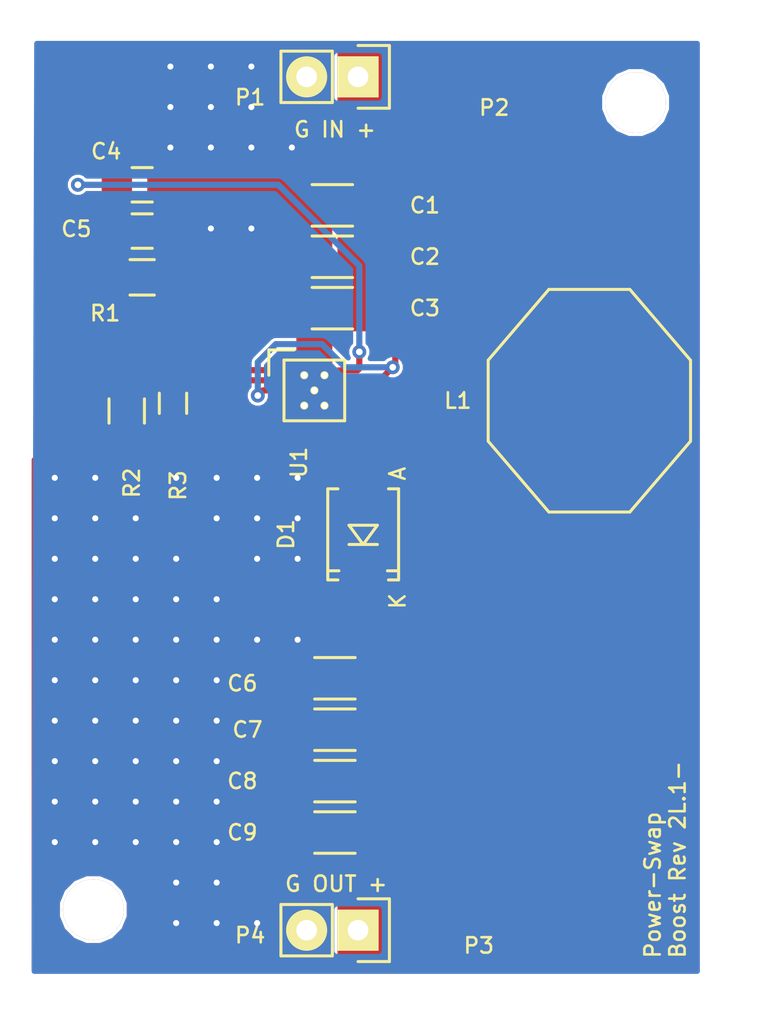
<source format=kicad_pcb>
(kicad_pcb (version 4) (host pcbnew 0.201508140901+6091~28~ubuntu14.04.1-product)

  (general
    (links 118)
    (no_connects 0)
    (area 140.092409 81.807266 182.940446 134.092733)
    (thickness 1.6)
    (drawings 3)
    (tracks 40)
    (zones 0)
    (modules 93)
    (nets 9)
  )

  (page A4)
  (layers
    (0 F.Cu signal)
    (31 B.Cu signal)
    (32 B.Adhes user)
    (33 F.Adhes user)
    (34 B.Paste user)
    (35 F.Paste user)
    (36 B.SilkS user)
    (37 F.SilkS user)
    (38 B.Mask user)
    (39 F.Mask user)
    (40 Dwgs.User user)
    (41 Cmts.User user)
    (42 Eco1.User user)
    (43 Eco2.User user)
    (44 Edge.Cuts user)
    (45 Margin user)
    (46 B.CrtYd user)
    (47 F.CrtYd user)
    (48 B.Fab user)
    (49 F.Fab user)
  )

  (setup
    (last_trace_width 0.3048)
    (user_trace_width 0.3048)
    (user_trace_width 0.6096)
    (trace_clearance 0.1524)
    (zone_clearance 0.1524)
    (zone_45_only no)
    (trace_min 0.1524)
    (segment_width 0.2)
    (edge_width 0.15)
    (via_size 0.6858)
    (via_drill 0.3302)
    (via_min_size 0.6858)
    (via_min_drill 0.3302)
    (uvia_size 0.3)
    (uvia_drill 0.1)
    (uvias_allowed no)
    (uvia_min_size 0)
    (uvia_min_drill 0)
    (pcb_text_width 0.3)
    (pcb_text_size 1.5 1.5)
    (mod_edge_width 0.15)
    (mod_text_size 0.762 0.762)
    (mod_text_width 0.127)
    (pad_size 0.6 0.6)
    (pad_drill 0.3)
    (pad_to_mask_clearance 0.2)
    (aux_axis_origin 0 0)
    (visible_elements FFFEEF7F)
    (pcbplotparams
      (layerselection 0x00030_80000001)
      (usegerberextensions false)
      (excludeedgelayer true)
      (linewidth 0.076200)
      (plotframeref false)
      (viasonmask false)
      (mode 1)
      (useauxorigin false)
      (hpglpennumber 1)
      (hpglpenspeed 20)
      (hpglpendiameter 15)
      (hpglpenoverlay 2)
      (psnegative false)
      (psa4output false)
      (plotreference true)
      (plotvalue true)
      (plotinvisibletext false)
      (padsonsilk false)
      (subtractmaskfromsilk false)
      (outputformat 1)
      (mirror false)
      (drillshape 1)
      (scaleselection 1)
      (outputdirectory ""))
  )

  (net 0 "")
  (net 1 /Lin)
  (net 2 GND)
  (net 3 /SS)
  (net 4 "Net-(C5-Pad1)")
  (net 5 /Vout)
  (net 6 /Lout)
  (net 7 /Comp)
  (net 8 /FB)

  (net_class Default "This is the default net class."
    (clearance 0.1524)
    (trace_width 0.1524)
    (via_dia 0.6858)
    (via_drill 0.3302)
    (uvia_dia 0.3)
    (uvia_drill 0.1)
    (add_net /Comp)
    (add_net /FB)
    (add_net /Lin)
    (add_net /Lout)
    (add_net /SS)
    (add_net /Vout)
    (add_net GND)
    (add_net "Net-(C5-Pad1)")
  )

  (module Boost-Footprints:VIA-0.6mm (layer F.Cu) (tedit 5638D44A) (tstamp 5638DB7A)
    (at 155.511 94.36)
    (fp_text reference REF**1235 (at 0 1.27) (layer F.SilkS) hide
      (effects (font (size 0.762 0.762) (thickness 0.127)))
    )
    (fp_text value VIA-0.6mm (at 0 -1.27) (layer F.Fab) hide
      (effects (font (size 0.762 0.762) (thickness 0.127)))
    )
    (pad 1 thru_hole circle (at 0 0) (size 0.6 0.6) (drill 0.3) (layers *.Cu *.Mask)
      (net 2 GND))
  )

  (module Boost-Footprints:VIA-0.6mm (layer F.Cu) (tedit 5638D44A) (tstamp 5638DB76)
    (at 153.511 94.36)
    (fp_text reference REF**1225 (at 0 1.27) (layer F.SilkS) hide
      (effects (font (size 0.762 0.762) (thickness 0.127)))
    )
    (fp_text value VIA-0.6mm (at 0 -1.27) (layer F.Fab) hide
      (effects (font (size 0.762 0.762) (thickness 0.127)))
    )
    (pad 1 thru_hole circle (at 0 0) (size 0.6 0.6) (drill 0.3) (layers *.Cu *.Mask)
      (net 2 GND))
  )

  (module Boost-Footprints:VIA-0.6mm (layer F.Cu) (tedit 5638D44A) (tstamp 5638DB56)
    (at 157.511 90.36)
    (fp_text reference REF**1243 (at 0 1.27) (layer F.SilkS) hide
      (effects (font (size 0.762 0.762) (thickness 0.127)))
    )
    (fp_text value VIA-0.6mm (at 0 -1.27) (layer F.Fab) hide
      (effects (font (size 0.762 0.762) (thickness 0.127)))
    )
    (pad 1 thru_hole circle (at 0 0) (size 0.6 0.6) (drill 0.3) (layers *.Cu *.Mask)
      (net 2 GND))
  )

  (module Boost-Footprints:VIA-0.6mm (layer F.Cu) (tedit 5638D44A) (tstamp 5638DB52)
    (at 155.511 90.36)
    (fp_text reference REF**1233 (at 0 1.27) (layer F.SilkS) hide
      (effects (font (size 0.762 0.762) (thickness 0.127)))
    )
    (fp_text value VIA-0.6mm (at 0 -1.27) (layer F.Fab) hide
      (effects (font (size 0.762 0.762) (thickness 0.127)))
    )
    (pad 1 thru_hole circle (at 0 0) (size 0.6 0.6) (drill 0.3) (layers *.Cu *.Mask)
      (net 2 GND))
  )

  (module Boost-Footprints:VIA-0.6mm (layer F.Cu) (tedit 5638D44A) (tstamp 5638DB4E)
    (at 153.511 90.36)
    (fp_text reference REF**1223 (at 0 1.27) (layer F.SilkS) hide
      (effects (font (size 0.762 0.762) (thickness 0.127)))
    )
    (fp_text value VIA-0.6mm (at 0 -1.27) (layer F.Fab) hide
      (effects (font (size 0.762 0.762) (thickness 0.127)))
    )
    (pad 1 thru_hole circle (at 0 0) (size 0.6 0.6) (drill 0.3) (layers *.Cu *.Mask)
      (net 2 GND))
  )

  (module Boost-Footprints:VIA-0.6mm (layer F.Cu) (tedit 5638D44A) (tstamp 5638DB4A)
    (at 151.511 90.36)
    (fp_text reference REF**1213 (at 0 1.27) (layer F.SilkS) hide
      (effects (font (size 0.762 0.762) (thickness 0.127)))
    )
    (fp_text value VIA-0.6mm (at 0 -1.27) (layer F.Fab) hide
      (effects (font (size 0.762 0.762) (thickness 0.127)))
    )
    (pad 1 thru_hole circle (at 0 0) (size 0.6 0.6) (drill 0.3) (layers *.Cu *.Mask)
      (net 2 GND))
  )

  (module Boost-Footprints:VIA-0.6mm (layer F.Cu) (tedit 5638D44A) (tstamp 5638DB3E)
    (at 155.511 88.36)
    (fp_text reference REF**1232 (at 0 1.27) (layer F.SilkS) hide
      (effects (font (size 0.762 0.762) (thickness 0.127)))
    )
    (fp_text value VIA-0.6mm (at 0 -1.27) (layer F.Fab) hide
      (effects (font (size 0.762 0.762) (thickness 0.127)))
    )
    (pad 1 thru_hole circle (at 0 0) (size 0.6 0.6) (drill 0.3) (layers *.Cu *.Mask)
      (net 2 GND))
  )

  (module Boost-Footprints:VIA-0.6mm (layer F.Cu) (tedit 5638D44A) (tstamp 5638DB3A)
    (at 153.511 88.36)
    (fp_text reference REF**1222 (at 0 1.27) (layer F.SilkS) hide
      (effects (font (size 0.762 0.762) (thickness 0.127)))
    )
    (fp_text value VIA-0.6mm (at 0 -1.27) (layer F.Fab) hide
      (effects (font (size 0.762 0.762) (thickness 0.127)))
    )
    (pad 1 thru_hole circle (at 0 0) (size 0.6 0.6) (drill 0.3) (layers *.Cu *.Mask)
      (net 2 GND))
  )

  (module Boost-Footprints:VIA-0.6mm (layer F.Cu) (tedit 5638D44A) (tstamp 5638DB36)
    (at 151.511 88.36)
    (fp_text reference REF**1212 (at 0 1.27) (layer F.SilkS) hide
      (effects (font (size 0.762 0.762) (thickness 0.127)))
    )
    (fp_text value VIA-0.6mm (at 0 -1.27) (layer F.Fab) hide
      (effects (font (size 0.762 0.762) (thickness 0.127)))
    )
    (pad 1 thru_hole circle (at 0 0) (size 0.6 0.6) (drill 0.3) (layers *.Cu *.Mask)
      (net 2 GND))
  )

  (module Boost-Footprints:VIA-0.6mm (layer F.Cu) (tedit 5638D44A) (tstamp 5638DB2A)
    (at 155.511 86.36)
    (fp_text reference REF**1231 (at 0 1.27) (layer F.SilkS) hide
      (effects (font (size 0.762 0.762) (thickness 0.127)))
    )
    (fp_text value VIA-0.6mm (at 0 -1.27) (layer F.Fab) hide
      (effects (font (size 0.762 0.762) (thickness 0.127)))
    )
    (pad 1 thru_hole circle (at 0 0) (size 0.6 0.6) (drill 0.3) (layers *.Cu *.Mask)
      (net 2 GND))
  )

  (module Boost-Footprints:VIA-0.6mm (layer F.Cu) (tedit 5638D44A) (tstamp 5638DB26)
    (at 153.511 86.36)
    (fp_text reference REF**1221 (at 0 1.27) (layer F.SilkS) hide
      (effects (font (size 0.762 0.762) (thickness 0.127)))
    )
    (fp_text value VIA-0.6mm (at 0 -1.27) (layer F.Fab) hide
      (effects (font (size 0.762 0.762) (thickness 0.127)))
    )
    (pad 1 thru_hole circle (at 0 0) (size 0.6 0.6) (drill 0.3) (layers *.Cu *.Mask)
      (net 2 GND))
  )

  (module Boost-Footprints:VIA-0.6mm (layer F.Cu) (tedit 5638D34C) (tstamp 5638DACC)
    (at 155.796 128.68)
    (fp_text reference REF**1211612 (at 0 1.27) (layer F.SilkS) hide
      (effects (font (size 0.762 0.762) (thickness 0.127)))
    )
    (fp_text value VIA-0.6mm (at 0 -1.27) (layer F.Fab) hide
      (effects (font (size 0.762 0.762) (thickness 0.127)))
    )
    (pad 1 thru_hole circle (at 0 0) (size 0.6 0.6) (drill 0.3) (layers *.Cu *.Mask)
      (net 2 GND))
  )

  (module Boost-Footprints:VIA-0.6mm (layer F.Cu) (tedit 5638D34C) (tstamp 5638DAC8)
    (at 153.796 128.68)
    (fp_text reference REF**1211512 (at 0 1.27) (layer F.SilkS) hide
      (effects (font (size 0.762 0.762) (thickness 0.127)))
    )
    (fp_text value VIA-0.6mm (at 0 -1.27) (layer F.Fab) hide
      (effects (font (size 0.762 0.762) (thickness 0.127)))
    )
    (pad 1 thru_hole circle (at 0 0) (size 0.6 0.6) (drill 0.3) (layers *.Cu *.Mask)
      (net 2 GND))
  )

  (module Boost-Footprints:VIA-0.6mm (layer F.Cu) (tedit 5638D34C) (tstamp 5638DAC4)
    (at 151.796 128.68)
    (fp_text reference REF**1211412 (at 0 1.27) (layer F.SilkS) hide
      (effects (font (size 0.762 0.762) (thickness 0.127)))
    )
    (fp_text value VIA-0.6mm (at 0 -1.27) (layer F.Fab) hide
      (effects (font (size 0.762 0.762) (thickness 0.127)))
    )
    (pad 1 thru_hole circle (at 0 0) (size 0.6 0.6) (drill 0.3) (layers *.Cu *.Mask)
      (net 2 GND))
  )

  (module Boost-Footprints:VIA-0.6mm (layer F.Cu) (tedit 5638D34C) (tstamp 5638DAA8)
    (at 153.796 126.68)
    (fp_text reference REF**1211511 (at 0 1.27) (layer F.SilkS) hide
      (effects (font (size 0.762 0.762) (thickness 0.127)))
    )
    (fp_text value VIA-0.6mm (at 0 -1.27) (layer F.Fab) hide
      (effects (font (size 0.762 0.762) (thickness 0.127)))
    )
    (pad 1 thru_hole circle (at 0 0) (size 0.6 0.6) (drill 0.3) (layers *.Cu *.Mask)
      (net 2 GND))
  )

  (module Boost-Footprints:VIA-0.6mm (layer F.Cu) (tedit 5638D34C) (tstamp 5638DAA4)
    (at 151.796 126.68)
    (fp_text reference REF**1211411 (at 0 1.27) (layer F.SilkS) hide
      (effects (font (size 0.762 0.762) (thickness 0.127)))
    )
    (fp_text value VIA-0.6mm (at 0 -1.27) (layer F.Fab) hide
      (effects (font (size 0.762 0.762) (thickness 0.127)))
    )
    (pad 1 thru_hole circle (at 0 0) (size 0.6 0.6) (drill 0.3) (layers *.Cu *.Mask)
      (net 2 GND))
  )

  (module Boost-Footprints:VIA-0.6mm (layer F.Cu) (tedit 5638D34C) (tstamp 5638DA88)
    (at 153.796 124.68)
    (fp_text reference REF**1211510 (at 0 1.27) (layer F.SilkS) hide
      (effects (font (size 0.762 0.762) (thickness 0.127)))
    )
    (fp_text value VIA-0.6mm (at 0 -1.27) (layer F.Fab) hide
      (effects (font (size 0.762 0.762) (thickness 0.127)))
    )
    (pad 1 thru_hole circle (at 0 0) (size 0.6 0.6) (drill 0.3) (layers *.Cu *.Mask)
      (net 2 GND))
  )

  (module Boost-Footprints:VIA-0.6mm (layer F.Cu) (tedit 5638D34C) (tstamp 5638DA84)
    (at 151.796 124.68)
    (fp_text reference REF**1211410 (at 0 1.27) (layer F.SilkS) hide
      (effects (font (size 0.762 0.762) (thickness 0.127)))
    )
    (fp_text value VIA-0.6mm (at 0 -1.27) (layer F.Fab) hide
      (effects (font (size 0.762 0.762) (thickness 0.127)))
    )
    (pad 1 thru_hole circle (at 0 0) (size 0.6 0.6) (drill 0.3) (layers *.Cu *.Mask)
      (net 2 GND))
  )

  (module Boost-Footprints:VIA-0.6mm (layer F.Cu) (tedit 5638D34C) (tstamp 5638DA80)
    (at 149.796 124.68)
    (fp_text reference REF**1211310 (at 0 1.27) (layer F.SilkS) hide
      (effects (font (size 0.762 0.762) (thickness 0.127)))
    )
    (fp_text value VIA-0.6mm (at 0 -1.27) (layer F.Fab) hide
      (effects (font (size 0.762 0.762) (thickness 0.127)))
    )
    (pad 1 thru_hole circle (at 0 0) (size 0.6 0.6) (drill 0.3) (layers *.Cu *.Mask)
      (net 2 GND))
  )

  (module Boost-Footprints:VIA-0.6mm (layer F.Cu) (tedit 5638D34C) (tstamp 5638DA7C)
    (at 147.796 124.68)
    (fp_text reference REF**1211210 (at 0 1.27) (layer F.SilkS) hide
      (effects (font (size 0.762 0.762) (thickness 0.127)))
    )
    (fp_text value VIA-0.6mm (at 0 -1.27) (layer F.Fab) hide
      (effects (font (size 0.762 0.762) (thickness 0.127)))
    )
    (pad 1 thru_hole circle (at 0 0) (size 0.6 0.6) (drill 0.3) (layers *.Cu *.Mask)
      (net 2 GND))
  )

  (module Boost-Footprints:VIA-0.6mm (layer F.Cu) (tedit 5638D34C) (tstamp 5638DA78)
    (at 145.796 124.68)
    (fp_text reference REF**1211110 (at 0 1.27) (layer F.SilkS) hide
      (effects (font (size 0.762 0.762) (thickness 0.127)))
    )
    (fp_text value VIA-0.6mm (at 0 -1.27) (layer F.Fab) hide
      (effects (font (size 0.762 0.762) (thickness 0.127)))
    )
    (pad 1 thru_hole circle (at 0 0) (size 0.6 0.6) (drill 0.3) (layers *.Cu *.Mask)
      (net 2 GND))
  )

  (module Boost-Footprints:VIA-0.6mm (layer F.Cu) (tedit 5638D34C) (tstamp 5638DA68)
    (at 153.796 122.68)
    (fp_text reference REF**121159 (at 0 1.27) (layer F.SilkS) hide
      (effects (font (size 0.762 0.762) (thickness 0.127)))
    )
    (fp_text value VIA-0.6mm (at 0 -1.27) (layer F.Fab) hide
      (effects (font (size 0.762 0.762) (thickness 0.127)))
    )
    (pad 1 thru_hole circle (at 0 0) (size 0.6 0.6) (drill 0.3) (layers *.Cu *.Mask)
      (net 2 GND))
  )

  (module Boost-Footprints:VIA-0.6mm (layer F.Cu) (tedit 5638D34C) (tstamp 5638DA64)
    (at 151.796 122.68)
    (fp_text reference REF**121149 (at 0 1.27) (layer F.SilkS) hide
      (effects (font (size 0.762 0.762) (thickness 0.127)))
    )
    (fp_text value VIA-0.6mm (at 0 -1.27) (layer F.Fab) hide
      (effects (font (size 0.762 0.762) (thickness 0.127)))
    )
    (pad 1 thru_hole circle (at 0 0) (size 0.6 0.6) (drill 0.3) (layers *.Cu *.Mask)
      (net 2 GND))
  )

  (module Boost-Footprints:VIA-0.6mm (layer F.Cu) (tedit 5638D34C) (tstamp 5638DA60)
    (at 149.796 122.68)
    (fp_text reference REF**121139 (at 0 1.27) (layer F.SilkS) hide
      (effects (font (size 0.762 0.762) (thickness 0.127)))
    )
    (fp_text value VIA-0.6mm (at 0 -1.27) (layer F.Fab) hide
      (effects (font (size 0.762 0.762) (thickness 0.127)))
    )
    (pad 1 thru_hole circle (at 0 0) (size 0.6 0.6) (drill 0.3) (layers *.Cu *.Mask)
      (net 2 GND))
  )

  (module Boost-Footprints:VIA-0.6mm (layer F.Cu) (tedit 5638D34C) (tstamp 5638DA5C)
    (at 147.796 122.68)
    (fp_text reference REF**121129 (at 0 1.27) (layer F.SilkS) hide
      (effects (font (size 0.762 0.762) (thickness 0.127)))
    )
    (fp_text value VIA-0.6mm (at 0 -1.27) (layer F.Fab) hide
      (effects (font (size 0.762 0.762) (thickness 0.127)))
    )
    (pad 1 thru_hole circle (at 0 0) (size 0.6 0.6) (drill 0.3) (layers *.Cu *.Mask)
      (net 2 GND))
  )

  (module Boost-Footprints:VIA-0.6mm (layer F.Cu) (tedit 5638D34C) (tstamp 5638DA58)
    (at 145.796 122.68)
    (fp_text reference REF**121119 (at 0 1.27) (layer F.SilkS) hide
      (effects (font (size 0.762 0.762) (thickness 0.127)))
    )
    (fp_text value VIA-0.6mm (at 0 -1.27) (layer F.Fab) hide
      (effects (font (size 0.762 0.762) (thickness 0.127)))
    )
    (pad 1 thru_hole circle (at 0 0) (size 0.6 0.6) (drill 0.3) (layers *.Cu *.Mask)
      (net 2 GND))
  )

  (module Boost-Footprints:VIA-0.6mm (layer F.Cu) (tedit 5638D34C) (tstamp 5638DA48)
    (at 153.796 120.68)
    (fp_text reference REF**121158 (at 0 1.27) (layer F.SilkS) hide
      (effects (font (size 0.762 0.762) (thickness 0.127)))
    )
    (fp_text value VIA-0.6mm (at 0 -1.27) (layer F.Fab) hide
      (effects (font (size 0.762 0.762) (thickness 0.127)))
    )
    (pad 1 thru_hole circle (at 0 0) (size 0.6 0.6) (drill 0.3) (layers *.Cu *.Mask)
      (net 2 GND))
  )

  (module Boost-Footprints:VIA-0.6mm (layer F.Cu) (tedit 5638D34C) (tstamp 5638DA44)
    (at 151.796 120.68)
    (fp_text reference REF**121148 (at 0 1.27) (layer F.SilkS) hide
      (effects (font (size 0.762 0.762) (thickness 0.127)))
    )
    (fp_text value VIA-0.6mm (at 0 -1.27) (layer F.Fab) hide
      (effects (font (size 0.762 0.762) (thickness 0.127)))
    )
    (pad 1 thru_hole circle (at 0 0) (size 0.6 0.6) (drill 0.3) (layers *.Cu *.Mask)
      (net 2 GND))
  )

  (module Boost-Footprints:VIA-0.6mm (layer F.Cu) (tedit 5638D34C) (tstamp 5638DA40)
    (at 149.796 120.68)
    (fp_text reference REF**121138 (at 0 1.27) (layer F.SilkS) hide
      (effects (font (size 0.762 0.762) (thickness 0.127)))
    )
    (fp_text value VIA-0.6mm (at 0 -1.27) (layer F.Fab) hide
      (effects (font (size 0.762 0.762) (thickness 0.127)))
    )
    (pad 1 thru_hole circle (at 0 0) (size 0.6 0.6) (drill 0.3) (layers *.Cu *.Mask)
      (net 2 GND))
  )

  (module Boost-Footprints:VIA-0.6mm (layer F.Cu) (tedit 5638D34C) (tstamp 5638DA3C)
    (at 147.796 120.68)
    (fp_text reference REF**121128 (at 0 1.27) (layer F.SilkS) hide
      (effects (font (size 0.762 0.762) (thickness 0.127)))
    )
    (fp_text value VIA-0.6mm (at 0 -1.27) (layer F.Fab) hide
      (effects (font (size 0.762 0.762) (thickness 0.127)))
    )
    (pad 1 thru_hole circle (at 0 0) (size 0.6 0.6) (drill 0.3) (layers *.Cu *.Mask)
      (net 2 GND))
  )

  (module Boost-Footprints:VIA-0.6mm (layer F.Cu) (tedit 5638D34C) (tstamp 5638DA38)
    (at 145.796 120.68)
    (fp_text reference REF**121118 (at 0 1.27) (layer F.SilkS) hide
      (effects (font (size 0.762 0.762) (thickness 0.127)))
    )
    (fp_text value VIA-0.6mm (at 0 -1.27) (layer F.Fab) hide
      (effects (font (size 0.762 0.762) (thickness 0.127)))
    )
    (pad 1 thru_hole circle (at 0 0) (size 0.6 0.6) (drill 0.3) (layers *.Cu *.Mask)
      (net 2 GND))
  )

  (module Boost-Footprints:VIA-0.6mm (layer F.Cu) (tedit 5638D34C) (tstamp 5638DA28)
    (at 153.796 118.68)
    (fp_text reference REF**121157 (at 0 1.27) (layer F.SilkS) hide
      (effects (font (size 0.762 0.762) (thickness 0.127)))
    )
    (fp_text value VIA-0.6mm (at 0 -1.27) (layer F.Fab) hide
      (effects (font (size 0.762 0.762) (thickness 0.127)))
    )
    (pad 1 thru_hole circle (at 0 0) (size 0.6 0.6) (drill 0.3) (layers *.Cu *.Mask)
      (net 2 GND))
  )

  (module Boost-Footprints:VIA-0.6mm (layer F.Cu) (tedit 5638D34C) (tstamp 5638DA24)
    (at 151.796 118.68)
    (fp_text reference REF**121147 (at 0 1.27) (layer F.SilkS) hide
      (effects (font (size 0.762 0.762) (thickness 0.127)))
    )
    (fp_text value VIA-0.6mm (at 0 -1.27) (layer F.Fab) hide
      (effects (font (size 0.762 0.762) (thickness 0.127)))
    )
    (pad 1 thru_hole circle (at 0 0) (size 0.6 0.6) (drill 0.3) (layers *.Cu *.Mask)
      (net 2 GND))
  )

  (module Boost-Footprints:VIA-0.6mm (layer F.Cu) (tedit 5638D34C) (tstamp 5638DA20)
    (at 149.796 118.68)
    (fp_text reference REF**121137 (at 0 1.27) (layer F.SilkS) hide
      (effects (font (size 0.762 0.762) (thickness 0.127)))
    )
    (fp_text value VIA-0.6mm (at 0 -1.27) (layer F.Fab) hide
      (effects (font (size 0.762 0.762) (thickness 0.127)))
    )
    (pad 1 thru_hole circle (at 0 0) (size 0.6 0.6) (drill 0.3) (layers *.Cu *.Mask)
      (net 2 GND))
  )

  (module Boost-Footprints:VIA-0.6mm (layer F.Cu) (tedit 5638D34C) (tstamp 5638DA1C)
    (at 147.796 118.68)
    (fp_text reference REF**121127 (at 0 1.27) (layer F.SilkS) hide
      (effects (font (size 0.762 0.762) (thickness 0.127)))
    )
    (fp_text value VIA-0.6mm (at 0 -1.27) (layer F.Fab) hide
      (effects (font (size 0.762 0.762) (thickness 0.127)))
    )
    (pad 1 thru_hole circle (at 0 0) (size 0.6 0.6) (drill 0.3) (layers *.Cu *.Mask)
      (net 2 GND))
  )

  (module Boost-Footprints:VIA-0.6mm (layer F.Cu) (tedit 5638D34C) (tstamp 5638DA18)
    (at 145.796 118.68)
    (fp_text reference REF**121117 (at 0 1.27) (layer F.SilkS) hide
      (effects (font (size 0.762 0.762) (thickness 0.127)))
    )
    (fp_text value VIA-0.6mm (at 0 -1.27) (layer F.Fab) hide
      (effects (font (size 0.762 0.762) (thickness 0.127)))
    )
    (pad 1 thru_hole circle (at 0 0) (size 0.6 0.6) (drill 0.3) (layers *.Cu *.Mask)
      (net 2 GND))
  )

  (module Boost-Footprints:VIA-0.6mm (layer F.Cu) (tedit 5638D34C) (tstamp 5638DA08)
    (at 153.796 116.68)
    (fp_text reference REF**121156 (at 0 1.27) (layer F.SilkS) hide
      (effects (font (size 0.762 0.762) (thickness 0.127)))
    )
    (fp_text value VIA-0.6mm (at 0 -1.27) (layer F.Fab) hide
      (effects (font (size 0.762 0.762) (thickness 0.127)))
    )
    (pad 1 thru_hole circle (at 0 0) (size 0.6 0.6) (drill 0.3) (layers *.Cu *.Mask)
      (net 2 GND))
  )

  (module Boost-Footprints:VIA-0.6mm (layer F.Cu) (tedit 5638D34C) (tstamp 5638DA04)
    (at 151.796 116.68)
    (fp_text reference REF**121146 (at 0 1.27) (layer F.SilkS) hide
      (effects (font (size 0.762 0.762) (thickness 0.127)))
    )
    (fp_text value VIA-0.6mm (at 0 -1.27) (layer F.Fab) hide
      (effects (font (size 0.762 0.762) (thickness 0.127)))
    )
    (pad 1 thru_hole circle (at 0 0) (size 0.6 0.6) (drill 0.3) (layers *.Cu *.Mask)
      (net 2 GND))
  )

  (module Boost-Footprints:VIA-0.6mm (layer F.Cu) (tedit 5638D34C) (tstamp 5638DA00)
    (at 149.796 116.68)
    (fp_text reference REF**121136 (at 0 1.27) (layer F.SilkS) hide
      (effects (font (size 0.762 0.762) (thickness 0.127)))
    )
    (fp_text value VIA-0.6mm (at 0 -1.27) (layer F.Fab) hide
      (effects (font (size 0.762 0.762) (thickness 0.127)))
    )
    (pad 1 thru_hole circle (at 0 0) (size 0.6 0.6) (drill 0.3) (layers *.Cu *.Mask)
      (net 2 GND))
  )

  (module Boost-Footprints:VIA-0.6mm (layer F.Cu) (tedit 5638D34C) (tstamp 5638D9FC)
    (at 147.796 116.68)
    (fp_text reference REF**121126 (at 0 1.27) (layer F.SilkS) hide
      (effects (font (size 0.762 0.762) (thickness 0.127)))
    )
    (fp_text value VIA-0.6mm (at 0 -1.27) (layer F.Fab) hide
      (effects (font (size 0.762 0.762) (thickness 0.127)))
    )
    (pad 1 thru_hole circle (at 0 0) (size 0.6 0.6) (drill 0.3) (layers *.Cu *.Mask)
      (net 2 GND))
  )

  (module Boost-Footprints:VIA-0.6mm (layer F.Cu) (tedit 5638D34C) (tstamp 5638D9F8)
    (at 145.796 116.68)
    (fp_text reference REF**121116 (at 0 1.27) (layer F.SilkS) hide
      (effects (font (size 0.762 0.762) (thickness 0.127)))
    )
    (fp_text value VIA-0.6mm (at 0 -1.27) (layer F.Fab) hide
      (effects (font (size 0.762 0.762) (thickness 0.127)))
    )
    (pad 1 thru_hole circle (at 0 0) (size 0.6 0.6) (drill 0.3) (layers *.Cu *.Mask)
      (net 2 GND))
  )

  (module Boost-Footprints:VIA-0.6mm (layer F.Cu) (tedit 5638D34C) (tstamp 5638D9F0)
    (at 157.796 114.68)
    (fp_text reference REF**121175 (at 0 1.27) (layer F.SilkS) hide
      (effects (font (size 0.762 0.762) (thickness 0.127)))
    )
    (fp_text value VIA-0.6mm (at 0 -1.27) (layer F.Fab) hide
      (effects (font (size 0.762 0.762) (thickness 0.127)))
    )
    (pad 1 thru_hole circle (at 0 0) (size 0.6 0.6) (drill 0.3) (layers *.Cu *.Mask)
      (net 2 GND))
  )

  (module Boost-Footprints:VIA-0.6mm (layer F.Cu) (tedit 5638D34C) (tstamp 5638D9EC)
    (at 155.796 114.68)
    (fp_text reference REF**121165 (at 0 1.27) (layer F.SilkS) hide
      (effects (font (size 0.762 0.762) (thickness 0.127)))
    )
    (fp_text value VIA-0.6mm (at 0 -1.27) (layer F.Fab) hide
      (effects (font (size 0.762 0.762) (thickness 0.127)))
    )
    (pad 1 thru_hole circle (at 0 0) (size 0.6 0.6) (drill 0.3) (layers *.Cu *.Mask)
      (net 2 GND))
  )

  (module Boost-Footprints:VIA-0.6mm (layer F.Cu) (tedit 5638D34C) (tstamp 5638D9E8)
    (at 153.796 114.68)
    (fp_text reference REF**121155 (at 0 1.27) (layer F.SilkS) hide
      (effects (font (size 0.762 0.762) (thickness 0.127)))
    )
    (fp_text value VIA-0.6mm (at 0 -1.27) (layer F.Fab) hide
      (effects (font (size 0.762 0.762) (thickness 0.127)))
    )
    (pad 1 thru_hole circle (at 0 0) (size 0.6 0.6) (drill 0.3) (layers *.Cu *.Mask)
      (net 2 GND))
  )

  (module Boost-Footprints:VIA-0.6mm (layer F.Cu) (tedit 5638D34C) (tstamp 5638D9E4)
    (at 151.796 114.68)
    (fp_text reference REF**121145 (at 0 1.27) (layer F.SilkS) hide
      (effects (font (size 0.762 0.762) (thickness 0.127)))
    )
    (fp_text value VIA-0.6mm (at 0 -1.27) (layer F.Fab) hide
      (effects (font (size 0.762 0.762) (thickness 0.127)))
    )
    (pad 1 thru_hole circle (at 0 0) (size 0.6 0.6) (drill 0.3) (layers *.Cu *.Mask)
      (net 2 GND))
  )

  (module Boost-Footprints:VIA-0.6mm (layer F.Cu) (tedit 5638D34C) (tstamp 5638D9E0)
    (at 149.796 114.68)
    (fp_text reference REF**121135 (at 0 1.27) (layer F.SilkS) hide
      (effects (font (size 0.762 0.762) (thickness 0.127)))
    )
    (fp_text value VIA-0.6mm (at 0 -1.27) (layer F.Fab) hide
      (effects (font (size 0.762 0.762) (thickness 0.127)))
    )
    (pad 1 thru_hole circle (at 0 0) (size 0.6 0.6) (drill 0.3) (layers *.Cu *.Mask)
      (net 2 GND))
  )

  (module Boost-Footprints:VIA-0.6mm (layer F.Cu) (tedit 5638D34C) (tstamp 5638D9DC)
    (at 147.796 114.68)
    (fp_text reference REF**121125 (at 0 1.27) (layer F.SilkS) hide
      (effects (font (size 0.762 0.762) (thickness 0.127)))
    )
    (fp_text value VIA-0.6mm (at 0 -1.27) (layer F.Fab) hide
      (effects (font (size 0.762 0.762) (thickness 0.127)))
    )
    (pad 1 thru_hole circle (at 0 0) (size 0.6 0.6) (drill 0.3) (layers *.Cu *.Mask)
      (net 2 GND))
  )

  (module Boost-Footprints:VIA-0.6mm (layer F.Cu) (tedit 5638D34C) (tstamp 5638D9D8)
    (at 145.796 114.68)
    (fp_text reference REF**121115 (at 0 1.27) (layer F.SilkS) hide
      (effects (font (size 0.762 0.762) (thickness 0.127)))
    )
    (fp_text value VIA-0.6mm (at 0 -1.27) (layer F.Fab) hide
      (effects (font (size 0.762 0.762) (thickness 0.127)))
    )
    (pad 1 thru_hole circle (at 0 0) (size 0.6 0.6) (drill 0.3) (layers *.Cu *.Mask)
      (net 2 GND))
  )

  (module Boost-Footprints:VIA-0.6mm (layer F.Cu) (tedit 5638D34C) (tstamp 5638D9C8)
    (at 153.796 112.68)
    (fp_text reference REF**121154 (at 0 1.27) (layer F.SilkS) hide
      (effects (font (size 0.762 0.762) (thickness 0.127)))
    )
    (fp_text value VIA-0.6mm (at 0 -1.27) (layer F.Fab) hide
      (effects (font (size 0.762 0.762) (thickness 0.127)))
    )
    (pad 1 thru_hole circle (at 0 0) (size 0.6 0.6) (drill 0.3) (layers *.Cu *.Mask)
      (net 2 GND))
  )

  (module Boost-Footprints:VIA-0.6mm (layer F.Cu) (tedit 5638D34C) (tstamp 5638D9C4)
    (at 151.796 112.68)
    (fp_text reference REF**121144 (at 0 1.27) (layer F.SilkS) hide
      (effects (font (size 0.762 0.762) (thickness 0.127)))
    )
    (fp_text value VIA-0.6mm (at 0 -1.27) (layer F.Fab) hide
      (effects (font (size 0.762 0.762) (thickness 0.127)))
    )
    (pad 1 thru_hole circle (at 0 0) (size 0.6 0.6) (drill 0.3) (layers *.Cu *.Mask)
      (net 2 GND))
  )

  (module Boost-Footprints:VIA-0.6mm (layer F.Cu) (tedit 5638D34C) (tstamp 5638D9C0)
    (at 149.796 112.68)
    (fp_text reference REF**121134 (at 0 1.27) (layer F.SilkS) hide
      (effects (font (size 0.762 0.762) (thickness 0.127)))
    )
    (fp_text value VIA-0.6mm (at 0 -1.27) (layer F.Fab) hide
      (effects (font (size 0.762 0.762) (thickness 0.127)))
    )
    (pad 1 thru_hole circle (at 0 0) (size 0.6 0.6) (drill 0.3) (layers *.Cu *.Mask)
      (net 2 GND))
  )

  (module Boost-Footprints:VIA-0.6mm (layer F.Cu) (tedit 5638D34C) (tstamp 5638D9BC)
    (at 147.796 112.68)
    (fp_text reference REF**121124 (at 0 1.27) (layer F.SilkS) hide
      (effects (font (size 0.762 0.762) (thickness 0.127)))
    )
    (fp_text value VIA-0.6mm (at 0 -1.27) (layer F.Fab) hide
      (effects (font (size 0.762 0.762) (thickness 0.127)))
    )
    (pad 1 thru_hole circle (at 0 0) (size 0.6 0.6) (drill 0.3) (layers *.Cu *.Mask)
      (net 2 GND))
  )

  (module Boost-Footprints:VIA-0.6mm (layer F.Cu) (tedit 5638D34C) (tstamp 5638D9B8)
    (at 145.796 112.68)
    (fp_text reference REF**121114 (at 0 1.27) (layer F.SilkS) hide
      (effects (font (size 0.762 0.762) (thickness 0.127)))
    )
    (fp_text value VIA-0.6mm (at 0 -1.27) (layer F.Fab) hide
      (effects (font (size 0.762 0.762) (thickness 0.127)))
    )
    (pad 1 thru_hole circle (at 0 0) (size 0.6 0.6) (drill 0.3) (layers *.Cu *.Mask)
      (net 2 GND))
  )

  (module Boost-Footprints:VIA-0.6mm (layer F.Cu) (tedit 5638D34C) (tstamp 5638D9B0)
    (at 157.796 110.68)
    (fp_text reference REF**121173 (at 0 1.27) (layer F.SilkS) hide
      (effects (font (size 0.762 0.762) (thickness 0.127)))
    )
    (fp_text value VIA-0.6mm (at 0 -1.27) (layer F.Fab) hide
      (effects (font (size 0.762 0.762) (thickness 0.127)))
    )
    (pad 1 thru_hole circle (at 0 0) (size 0.6 0.6) (drill 0.3) (layers *.Cu *.Mask)
      (net 2 GND))
  )

  (module Boost-Footprints:VIA-0.6mm (layer F.Cu) (tedit 5638D34C) (tstamp 5638D9AC)
    (at 155.796 110.68)
    (fp_text reference REF**121163 (at 0 1.27) (layer F.SilkS) hide
      (effects (font (size 0.762 0.762) (thickness 0.127)))
    )
    (fp_text value VIA-0.6mm (at 0 -1.27) (layer F.Fab) hide
      (effects (font (size 0.762 0.762) (thickness 0.127)))
    )
    (pad 1 thru_hole circle (at 0 0) (size 0.6 0.6) (drill 0.3) (layers *.Cu *.Mask)
      (net 2 GND))
  )

  (module Boost-Footprints:VIA-0.6mm (layer F.Cu) (tedit 5638D34C) (tstamp 5638D9A4)
    (at 151.796 110.68)
    (fp_text reference REF**121143 (at 0 1.27) (layer F.SilkS) hide
      (effects (font (size 0.762 0.762) (thickness 0.127)))
    )
    (fp_text value VIA-0.6mm (at 0 -1.27) (layer F.Fab) hide
      (effects (font (size 0.762 0.762) (thickness 0.127)))
    )
    (pad 1 thru_hole circle (at 0 0) (size 0.6 0.6) (drill 0.3) (layers *.Cu *.Mask)
      (net 2 GND))
  )

  (module Boost-Footprints:VIA-0.6mm (layer F.Cu) (tedit 5638D34C) (tstamp 5638D9A0)
    (at 149.796 110.68)
    (fp_text reference REF**121133 (at 0 1.27) (layer F.SilkS) hide
      (effects (font (size 0.762 0.762) (thickness 0.127)))
    )
    (fp_text value VIA-0.6mm (at 0 -1.27) (layer F.Fab) hide
      (effects (font (size 0.762 0.762) (thickness 0.127)))
    )
    (pad 1 thru_hole circle (at 0 0) (size 0.6 0.6) (drill 0.3) (layers *.Cu *.Mask)
      (net 2 GND))
  )

  (module Boost-Footprints:VIA-0.6mm (layer F.Cu) (tedit 5638D34C) (tstamp 5638D99C)
    (at 147.796 110.68)
    (fp_text reference REF**121123 (at 0 1.27) (layer F.SilkS) hide
      (effects (font (size 0.762 0.762) (thickness 0.127)))
    )
    (fp_text value VIA-0.6mm (at 0 -1.27) (layer F.Fab) hide
      (effects (font (size 0.762 0.762) (thickness 0.127)))
    )
    (pad 1 thru_hole circle (at 0 0) (size 0.6 0.6) (drill 0.3) (layers *.Cu *.Mask)
      (net 2 GND))
  )

  (module Boost-Footprints:VIA-0.6mm (layer F.Cu) (tedit 5638D34C) (tstamp 5638D998)
    (at 145.796 110.68)
    (fp_text reference REF**121113 (at 0 1.27) (layer F.SilkS) hide
      (effects (font (size 0.762 0.762) (thickness 0.127)))
    )
    (fp_text value VIA-0.6mm (at 0 -1.27) (layer F.Fab) hide
      (effects (font (size 0.762 0.762) (thickness 0.127)))
    )
    (pad 1 thru_hole circle (at 0 0) (size 0.6 0.6) (drill 0.3) (layers *.Cu *.Mask)
      (net 2 GND))
  )

  (module Boost-Footprints:VIA-0.6mm (layer F.Cu) (tedit 5638D34C) (tstamp 5638D990)
    (at 157.796 108.68)
    (fp_text reference REF**121172 (at 0 1.27) (layer F.SilkS) hide
      (effects (font (size 0.762 0.762) (thickness 0.127)))
    )
    (fp_text value VIA-0.6mm (at 0 -1.27) (layer F.Fab) hide
      (effects (font (size 0.762 0.762) (thickness 0.127)))
    )
    (pad 1 thru_hole circle (at 0 0) (size 0.6 0.6) (drill 0.3) (layers *.Cu *.Mask)
      (net 2 GND))
  )

  (module Boost-Footprints:VIA-0.6mm (layer F.Cu) (tedit 5638D34C) (tstamp 5638D98C)
    (at 155.796 108.68)
    (fp_text reference REF**121162 (at 0 1.27) (layer F.SilkS) hide
      (effects (font (size 0.762 0.762) (thickness 0.127)))
    )
    (fp_text value VIA-0.6mm (at 0 -1.27) (layer F.Fab) hide
      (effects (font (size 0.762 0.762) (thickness 0.127)))
    )
    (pad 1 thru_hole circle (at 0 0) (size 0.6 0.6) (drill 0.3) (layers *.Cu *.Mask)
      (net 2 GND))
  )

  (module Boost-Footprints:VIA-0.6mm (layer F.Cu) (tedit 5638D34C) (tstamp 5638D988)
    (at 153.796 108.68)
    (fp_text reference REF**121152 (at 0 1.27) (layer F.SilkS) hide
      (effects (font (size 0.762 0.762) (thickness 0.127)))
    )
    (fp_text value VIA-0.6mm (at 0 -1.27) (layer F.Fab) hide
      (effects (font (size 0.762 0.762) (thickness 0.127)))
    )
    (pad 1 thru_hole circle (at 0 0) (size 0.6 0.6) (drill 0.3) (layers *.Cu *.Mask)
      (net 2 GND))
  )

  (module Boost-Footprints:VIA-0.6mm (layer F.Cu) (tedit 5638D34C) (tstamp 5638D980)
    (at 149.796 108.68)
    (fp_text reference REF**121132 (at 0 1.27) (layer F.SilkS) hide
      (effects (font (size 0.762 0.762) (thickness 0.127)))
    )
    (fp_text value VIA-0.6mm (at 0 -1.27) (layer F.Fab) hide
      (effects (font (size 0.762 0.762) (thickness 0.127)))
    )
    (pad 1 thru_hole circle (at 0 0) (size 0.6 0.6) (drill 0.3) (layers *.Cu *.Mask)
      (net 2 GND))
  )

  (module Boost-Footprints:VIA-0.6mm (layer F.Cu) (tedit 5638D34C) (tstamp 5638D97C)
    (at 147.796 108.68)
    (fp_text reference REF**121122 (at 0 1.27) (layer F.SilkS) hide
      (effects (font (size 0.762 0.762) (thickness 0.127)))
    )
    (fp_text value VIA-0.6mm (at 0 -1.27) (layer F.Fab) hide
      (effects (font (size 0.762 0.762) (thickness 0.127)))
    )
    (pad 1 thru_hole circle (at 0 0) (size 0.6 0.6) (drill 0.3) (layers *.Cu *.Mask)
      (net 2 GND))
  )

  (module Boost-Footprints:VIA-0.6mm (layer F.Cu) (tedit 5638D34C) (tstamp 5638D978)
    (at 145.796 108.68)
    (fp_text reference REF**121112 (at 0 1.27) (layer F.SilkS) hide
      (effects (font (size 0.762 0.762) (thickness 0.127)))
    )
    (fp_text value VIA-0.6mm (at 0 -1.27) (layer F.Fab) hide
      (effects (font (size 0.762 0.762) (thickness 0.127)))
    )
    (pad 1 thru_hole circle (at 0 0) (size 0.6 0.6) (drill 0.3) (layers *.Cu *.Mask)
      (net 2 GND))
  )

  (module Boost-Footprints:VIA-0.6mm (layer F.Cu) (tedit 5638D34C) (tstamp 5638D970)
    (at 157.796 106.68)
    (fp_text reference REF**121171 (at 0 1.27) (layer F.SilkS) hide
      (effects (font (size 0.762 0.762) (thickness 0.127)))
    )
    (fp_text value VIA-0.6mm (at 0 -1.27) (layer F.Fab) hide
      (effects (font (size 0.762 0.762) (thickness 0.127)))
    )
    (pad 1 thru_hole circle (at 0 0) (size 0.6 0.6) (drill 0.3) (layers *.Cu *.Mask)
      (net 2 GND))
  )

  (module Boost-Footprints:VIA-0.6mm (layer F.Cu) (tedit 5638D34C) (tstamp 5638D96C)
    (at 155.796 106.68)
    (fp_text reference REF**121161 (at 0 1.27) (layer F.SilkS) hide
      (effects (font (size 0.762 0.762) (thickness 0.127)))
    )
    (fp_text value VIA-0.6mm (at 0 -1.27) (layer F.Fab) hide
      (effects (font (size 0.762 0.762) (thickness 0.127)))
    )
    (pad 1 thru_hole circle (at 0 0) (size 0.6 0.6) (drill 0.3) (layers *.Cu *.Mask)
      (net 2 GND))
  )

  (module Boost-Footprints:VIA-0.6mm (layer F.Cu) (tedit 5638D34C) (tstamp 5638D968)
    (at 153.796 106.68)
    (fp_text reference REF**121151 (at 0 1.27) (layer F.SilkS) hide
      (effects (font (size 0.762 0.762) (thickness 0.127)))
    )
    (fp_text value VIA-0.6mm (at 0 -1.27) (layer F.Fab) hide
      (effects (font (size 0.762 0.762) (thickness 0.127)))
    )
    (pad 1 thru_hole circle (at 0 0) (size 0.6 0.6) (drill 0.3) (layers *.Cu *.Mask)
      (net 2 GND))
  )

  (module Boost-Footprints:VIA-0.6mm (layer F.Cu) (tedit 5638D34C) (tstamp 5638D964)
    (at 151.796 106.68)
    (fp_text reference REF**121141 (at 0 1.27) (layer F.SilkS) hide
      (effects (font (size 0.762 0.762) (thickness 0.127)))
    )
    (fp_text value VIA-0.6mm (at 0 -1.27) (layer F.Fab) hide
      (effects (font (size 0.762 0.762) (thickness 0.127)))
    )
    (pad 1 thru_hole circle (at 0 0) (size 0.6 0.6) (drill 0.3) (layers *.Cu *.Mask)
      (net 2 GND))
  )

  (module Boost-Footprints:VIA-0.6mm (layer F.Cu) (tedit 5638D34C) (tstamp 5638D95C)
    (at 147.796 106.68)
    (fp_text reference REF**121121 (at 0 1.27) (layer F.SilkS) hide
      (effects (font (size 0.762 0.762) (thickness 0.127)))
    )
    (fp_text value VIA-0.6mm (at 0 -1.27) (layer F.Fab) hide
      (effects (font (size 0.762 0.762) (thickness 0.127)))
    )
    (pad 1 thru_hole circle (at 0 0) (size 0.6 0.6) (drill 0.3) (layers *.Cu *.Mask)
      (net 2 GND))
  )

  (module Capacitors_SMD:C_1206_HandSoldering (layer F.Cu) (tedit 5638B179) (tstamp 56376411)
    (at 159.512 93.218 180)
    (descr "Capacitor SMD 1206, hand soldering")
    (tags "capacitor 1206")
    (path /56329547)
    (attr smd)
    (fp_text reference C1 (at -4.572 0 180) (layer F.SilkS)
      (effects (font (size 0.762 0.762) (thickness 0.127)))
    )
    (fp_text value 10μF (at 0 2.3 180) (layer F.Fab)
      (effects (font (size 0.762 0.762) (thickness 0.127)))
    )
    (fp_line (start -3.3 -1.15) (end 3.3 -1.15) (layer F.CrtYd) (width 0.05))
    (fp_line (start -3.3 1.15) (end 3.3 1.15) (layer F.CrtYd) (width 0.05))
    (fp_line (start -3.3 -1.15) (end -3.3 1.15) (layer F.CrtYd) (width 0.05))
    (fp_line (start 3.3 -1.15) (end 3.3 1.15) (layer F.CrtYd) (width 0.05))
    (fp_line (start 1 -1.025) (end -1 -1.025) (layer F.SilkS) (width 0.15))
    (fp_line (start -1 1.025) (end 1 1.025) (layer F.SilkS) (width 0.15))
    (pad 1 smd rect (at -2 0 180) (size 2 1.6) (layers F.Cu F.Paste F.Mask)
      (net 1 /Lin))
    (pad 2 smd rect (at 2 0 180) (size 2 1.6) (layers F.Cu F.Paste F.Mask)
      (net 2 GND))
    (model Capacitors_SMD.3dshapes/C_1206_HandSoldering.wrl
      (at (xyz 0 0 0))
      (scale (xyz 1 1 1))
      (rotate (xyz 0 0 0))
    )
  )

  (module Capacitors_SMD:C_1206_HandSoldering (layer F.Cu) (tedit 5638B17A) (tstamp 56376417)
    (at 159.512 95.758 180)
    (descr "Capacitor SMD 1206, hand soldering")
    (tags "capacitor 1206")
    (path /56329684)
    (attr smd)
    (fp_text reference C2 (at -4.572 0 180) (layer F.SilkS)
      (effects (font (size 0.762 0.762) (thickness 0.127)))
    )
    (fp_text value 10μF (at 0 2.3 180) (layer F.Fab)
      (effects (font (size 0.762 0.762) (thickness 0.127)))
    )
    (fp_line (start -3.3 -1.15) (end 3.3 -1.15) (layer F.CrtYd) (width 0.05))
    (fp_line (start -3.3 1.15) (end 3.3 1.15) (layer F.CrtYd) (width 0.05))
    (fp_line (start -3.3 -1.15) (end -3.3 1.15) (layer F.CrtYd) (width 0.05))
    (fp_line (start 3.3 -1.15) (end 3.3 1.15) (layer F.CrtYd) (width 0.05))
    (fp_line (start 1 -1.025) (end -1 -1.025) (layer F.SilkS) (width 0.15))
    (fp_line (start -1 1.025) (end 1 1.025) (layer F.SilkS) (width 0.15))
    (pad 1 smd rect (at -2 0 180) (size 2 1.6) (layers F.Cu F.Paste F.Mask)
      (net 1 /Lin))
    (pad 2 smd rect (at 2 0 180) (size 2 1.6) (layers F.Cu F.Paste F.Mask)
      (net 2 GND))
    (model Capacitors_SMD.3dshapes/C_1206_HandSoldering.wrl
      (at (xyz 0 0 0))
      (scale (xyz 1 1 1))
      (rotate (xyz 0 0 0))
    )
  )

  (module Capacitors_SMD:C_1206_HandSoldering (layer F.Cu) (tedit 5638B0E7) (tstamp 5637641D)
    (at 159.512 98.298 180)
    (descr "Capacitor SMD 1206, hand soldering")
    (tags "capacitor 1206")
    (path /563296C9)
    (attr smd)
    (fp_text reference C3 (at -4.572 0 180) (layer F.SilkS)
      (effects (font (size 0.762 0.762) (thickness 0.127)))
    )
    (fp_text value 10μF (at 0 2.3 180) (layer F.Fab)
      (effects (font (size 0.762 0.762) (thickness 0.127)))
    )
    (fp_line (start -3.3 -1.15) (end 3.3 -1.15) (layer F.CrtYd) (width 0.05))
    (fp_line (start -3.3 1.15) (end 3.3 1.15) (layer F.CrtYd) (width 0.05))
    (fp_line (start -3.3 -1.15) (end -3.3 1.15) (layer F.CrtYd) (width 0.05))
    (fp_line (start 3.3 -1.15) (end 3.3 1.15) (layer F.CrtYd) (width 0.05))
    (fp_line (start 1 -1.025) (end -1 -1.025) (layer F.SilkS) (width 0.15))
    (fp_line (start -1 1.025) (end 1 1.025) (layer F.SilkS) (width 0.15))
    (pad 1 smd rect (at -2 0 180) (size 2 1.6) (layers F.Cu F.Paste F.Mask)
      (net 1 /Lin))
    (pad 2 smd rect (at 2 0 180) (size 2 1.6) (layers F.Cu F.Paste F.Mask)
      (net 2 GND))
    (model Capacitors_SMD.3dshapes/C_1206_HandSoldering.wrl
      (at (xyz 0 0 0))
      (scale (xyz 1 1 1))
      (rotate (xyz 0 0 0))
    )
  )

  (module Capacitors_SMD:C_0805_HandSoldering (layer F.Cu) (tedit 5638D700) (tstamp 56376423)
    (at 150.114 92.202)
    (descr "Capacitor SMD 0805, hand soldering")
    (tags "capacitor 0805")
    (path /56329712)
    (attr smd)
    (fp_text reference C4 (at -1.778 -1.651) (layer F.SilkS)
      (effects (font (size 0.762 0.762) (thickness 0.127)))
    )
    (fp_text value 100nF (at 0 2.1) (layer F.Fab)
      (effects (font (size 0.762 0.762) (thickness 0.127)))
    )
    (fp_line (start -2.3 -1) (end 2.3 -1) (layer F.CrtYd) (width 0.05))
    (fp_line (start -2.3 1) (end 2.3 1) (layer F.CrtYd) (width 0.05))
    (fp_line (start -2.3 -1) (end -2.3 1) (layer F.CrtYd) (width 0.05))
    (fp_line (start 2.3 -1) (end 2.3 1) (layer F.CrtYd) (width 0.05))
    (fp_line (start 0.5 -0.85) (end -0.5 -0.85) (layer F.SilkS) (width 0.15))
    (fp_line (start -0.5 0.85) (end 0.5 0.85) (layer F.SilkS) (width 0.15))
    (pad 1 smd rect (at -1.25 0) (size 1.5 1.25) (layers F.Cu F.Paste F.Mask)
      (net 3 /SS))
    (pad 2 smd rect (at 1.25 0) (size 1.5 1.25) (layers F.Cu F.Paste F.Mask)
      (net 2 GND))
    (model Capacitors_SMD.3dshapes/C_0805_HandSoldering.wrl
      (at (xyz 0 0 0))
      (scale (xyz 1 1 1))
      (rotate (xyz 0 0 0))
    )
  )

  (module Capacitors_SMD:C_0805_HandSoldering (layer F.Cu) (tedit 5638D709) (tstamp 56376429)
    (at 150.114 94.488)
    (descr "Capacitor SMD 0805, hand soldering")
    (tags "capacitor 0805")
    (path /5632978F)
    (attr smd)
    (fp_text reference C5 (at -3.2512 -0.1016) (layer F.SilkS)
      (effects (font (size 0.762 0.762) (thickness 0.127)))
    )
    (fp_text value 820pF (at 0 2.1) (layer F.Fab)
      (effects (font (size 0.762 0.762) (thickness 0.127)))
    )
    (fp_line (start -2.3 -1) (end 2.3 -1) (layer F.CrtYd) (width 0.05))
    (fp_line (start -2.3 1) (end 2.3 1) (layer F.CrtYd) (width 0.05))
    (fp_line (start -2.3 -1) (end -2.3 1) (layer F.CrtYd) (width 0.05))
    (fp_line (start 2.3 -1) (end 2.3 1) (layer F.CrtYd) (width 0.05))
    (fp_line (start 0.5 -0.85) (end -0.5 -0.85) (layer F.SilkS) (width 0.15))
    (fp_line (start -0.5 0.85) (end 0.5 0.85) (layer F.SilkS) (width 0.15))
    (pad 1 smd rect (at -1.25 0) (size 1.5 1.25) (layers F.Cu F.Paste F.Mask)
      (net 4 "Net-(C5-Pad1)"))
    (pad 2 smd rect (at 1.25 0) (size 1.5 1.25) (layers F.Cu F.Paste F.Mask)
      (net 2 GND))
    (model Capacitors_SMD.3dshapes/C_0805_HandSoldering.wrl
      (at (xyz 0 0 0))
      (scale (xyz 1 1 1))
      (rotate (xyz 0 0 0))
    )
  )

  (module Capacitors_SMD:C_1206_HandSoldering (layer F.Cu) (tedit 5638AD27) (tstamp 5637642F)
    (at 159.639 116.586 180)
    (descr "Capacitor SMD 1206, hand soldering")
    (tags "capacitor 1206")
    (path /5632981A)
    (attr smd)
    (fp_text reference C6 (at 4.572 -0.254 180) (layer F.SilkS)
      (effects (font (size 0.762 0.762) (thickness 0.127)))
    )
    (fp_text value 10μF (at 0 2.3 180) (layer F.Fab)
      (effects (font (size 0.762 0.762) (thickness 0.127)))
    )
    (fp_line (start -3.3 -1.15) (end 3.3 -1.15) (layer F.CrtYd) (width 0.05))
    (fp_line (start -3.3 1.15) (end 3.3 1.15) (layer F.CrtYd) (width 0.05))
    (fp_line (start -3.3 -1.15) (end -3.3 1.15) (layer F.CrtYd) (width 0.05))
    (fp_line (start 3.3 -1.15) (end 3.3 1.15) (layer F.CrtYd) (width 0.05))
    (fp_line (start 1 -1.025) (end -1 -1.025) (layer F.SilkS) (width 0.15))
    (fp_line (start -1 1.025) (end 1 1.025) (layer F.SilkS) (width 0.15))
    (pad 1 smd rect (at -2 0 180) (size 2 1.6) (layers F.Cu F.Paste F.Mask)
      (net 5 /Vout))
    (pad 2 smd rect (at 2 0 180) (size 2 1.6) (layers F.Cu F.Paste F.Mask)
      (net 2 GND))
    (model Capacitors_SMD.3dshapes/C_1206_HandSoldering.wrl
      (at (xyz 0 0 0))
      (scale (xyz 1 1 1))
      (rotate (xyz 0 0 0))
    )
  )

  (module Capacitors_SMD:C_1206_HandSoldering (layer F.Cu) (tedit 5638AD2B) (tstamp 56376435)
    (at 159.639 119.126 180)
    (descr "Capacitor SMD 1206, hand soldering")
    (tags "capacitor 1206")
    (path /5632A7CF)
    (attr smd)
    (fp_text reference C7 (at 4.318 0 180) (layer F.SilkS)
      (effects (font (size 0.762 0.762) (thickness 0.127)))
    )
    (fp_text value 10μF (at 0 2.3 180) (layer F.Fab)
      (effects (font (size 0.762 0.762) (thickness 0.127)))
    )
    (fp_line (start -3.3 -1.15) (end 3.3 -1.15) (layer F.CrtYd) (width 0.05))
    (fp_line (start -3.3 1.15) (end 3.3 1.15) (layer F.CrtYd) (width 0.05))
    (fp_line (start -3.3 -1.15) (end -3.3 1.15) (layer F.CrtYd) (width 0.05))
    (fp_line (start 3.3 -1.15) (end 3.3 1.15) (layer F.CrtYd) (width 0.05))
    (fp_line (start 1 -1.025) (end -1 -1.025) (layer F.SilkS) (width 0.15))
    (fp_line (start -1 1.025) (end 1 1.025) (layer F.SilkS) (width 0.15))
    (pad 1 smd rect (at -2 0 180) (size 2 1.6) (layers F.Cu F.Paste F.Mask)
      (net 5 /Vout))
    (pad 2 smd rect (at 2 0 180) (size 2 1.6) (layers F.Cu F.Paste F.Mask)
      (net 2 GND))
    (model Capacitors_SMD.3dshapes/C_1206_HandSoldering.wrl
      (at (xyz 0 0 0))
      (scale (xyz 1 1 1))
      (rotate (xyz 0 0 0))
    )
  )

  (module Capacitors_SMD:C_1206_HandSoldering (layer F.Cu) (tedit 5638AD31) (tstamp 5637643B)
    (at 159.639 121.666 180)
    (descr "Capacitor SMD 1206, hand soldering")
    (tags "capacitor 1206")
    (path /5632A818)
    (attr smd)
    (fp_text reference C8 (at 4.572 0 180) (layer F.SilkS)
      (effects (font (size 0.762 0.762) (thickness 0.127)))
    )
    (fp_text value 10μF (at 0 2.3 180) (layer F.Fab)
      (effects (font (size 0.762 0.762) (thickness 0.127)))
    )
    (fp_line (start -3.3 -1.15) (end 3.3 -1.15) (layer F.CrtYd) (width 0.05))
    (fp_line (start -3.3 1.15) (end 3.3 1.15) (layer F.CrtYd) (width 0.05))
    (fp_line (start -3.3 -1.15) (end -3.3 1.15) (layer F.CrtYd) (width 0.05))
    (fp_line (start 3.3 -1.15) (end 3.3 1.15) (layer F.CrtYd) (width 0.05))
    (fp_line (start 1 -1.025) (end -1 -1.025) (layer F.SilkS) (width 0.15))
    (fp_line (start -1 1.025) (end 1 1.025) (layer F.SilkS) (width 0.15))
    (pad 1 smd rect (at -2 0 180) (size 2 1.6) (layers F.Cu F.Paste F.Mask)
      (net 5 /Vout))
    (pad 2 smd rect (at 2 0 180) (size 2 1.6) (layers F.Cu F.Paste F.Mask)
      (net 2 GND))
    (model Capacitors_SMD.3dshapes/C_1206_HandSoldering.wrl
      (at (xyz 0 0 0))
      (scale (xyz 1 1 1))
      (rotate (xyz 0 0 0))
    )
  )

  (module Capacitors_SMD:C_1206_HandSoldering (layer F.Cu) (tedit 5638AD34) (tstamp 56376441)
    (at 159.639 124.206 180)
    (descr "Capacitor SMD 1206, hand soldering")
    (tags "capacitor 1206")
    (path /5632A85E)
    (attr smd)
    (fp_text reference C9 (at 4.572 0 180) (layer F.SilkS)
      (effects (font (size 0.762 0.762) (thickness 0.127)))
    )
    (fp_text value 10μF (at 0 2.3 180) (layer F.Fab)
      (effects (font (size 0.762 0.762) (thickness 0.127)))
    )
    (fp_line (start -3.3 -1.15) (end 3.3 -1.15) (layer F.CrtYd) (width 0.05))
    (fp_line (start -3.3 1.15) (end 3.3 1.15) (layer F.CrtYd) (width 0.05))
    (fp_line (start -3.3 -1.15) (end -3.3 1.15) (layer F.CrtYd) (width 0.05))
    (fp_line (start 3.3 -1.15) (end 3.3 1.15) (layer F.CrtYd) (width 0.05))
    (fp_line (start 1 -1.025) (end -1 -1.025) (layer F.SilkS) (width 0.15))
    (fp_line (start -1 1.025) (end 1 1.025) (layer F.SilkS) (width 0.15))
    (pad 1 smd rect (at -2 0 180) (size 2 1.6) (layers F.Cu F.Paste F.Mask)
      (net 5 /Vout))
    (pad 2 smd rect (at 2 0 180) (size 2 1.6) (layers F.Cu F.Paste F.Mask)
      (net 2 GND))
    (model Capacitors_SMD.3dshapes/C_1206_HandSoldering.wrl
      (at (xyz 0 0 0))
      (scale (xyz 1 1 1))
      (rotate (xyz 0 0 0))
    )
  )

  (module Diodes_SMD:SMA-SMB_Universal_Handsoldering (layer F.Cu) (tedit 552FF496) (tstamp 56376447)
    (at 161.036 109.474 90)
    (descr "Diode, Universal, SMA, SMB, Handsoldering,")
    (tags "Diode Universal SMA SMB Handsoldering ")
    (path /5632AA96)
    (attr smd)
    (fp_text reference D1 (at 0 -3.81 90) (layer F.SilkS)
      (effects (font (size 0.762 0.762) (thickness 0.127)))
    )
    (fp_text value 0.45V (at 0 3.81 90) (layer F.Fab)
      (effects (font (size 0.762 0.762) (thickness 0.127)))
    )
    (fp_line (start -0.49958 0) (end 0.45038 -0.70104) (layer F.SilkS) (width 0.15))
    (fp_line (start 0.45038 -0.70104) (end 0.45038 0.70104) (layer F.SilkS) (width 0.15))
    (fp_line (start 0.45038 0.70104) (end -0.49958 0) (layer F.SilkS) (width 0.15))
    (fp_line (start -0.49958 -0.70104) (end -0.49958 0.70104) (layer F.SilkS) (width 0.15))
    (fp_line (start -2.25044 1.39954) (end -2.25044 1.24968) (layer F.SilkS) (width 0.15))
    (fp_line (start -2.25044 -1.39954) (end -2.25044 -1.24968) (layer F.SilkS) (width 0.15))
    (fp_line (start -1.79914 1.39954) (end -1.79914 1.19888) (layer F.SilkS) (width 0.15))
    (fp_line (start 2.25044 1.34874) (end 2.25044 1.24968) (layer F.SilkS) (width 0.15))
    (fp_line (start -1.79914 -1.34874) (end -1.79914 -1.19888) (layer F.SilkS) (width 0.15))
    (fp_line (start 2.25044 -1.39954) (end 2.25044 -1.24968) (layer F.SilkS) (width 0.15))
    (fp_text user K (at -3.3 1.7 90) (layer F.SilkS)
      (effects (font (size 0.762 0.762) (thickness 0.127)))
    )
    (fp_text user A (at 2.99974 1.69926 90) (layer F.SilkS)
      (effects (font (size 0.762 0.762) (thickness 0.127)))
    )
    (fp_line (start -1.79914 1.75006) (end -1.79914 1.39954) (layer F.SilkS) (width 0.15))
    (fp_line (start -1.79914 -1.75006) (end -1.79914 -1.39954) (layer F.SilkS) (width 0.15))
    (fp_line (start 2.25044 1.75006) (end 2.25044 1.39954) (layer F.SilkS) (width 0.15))
    (fp_line (start -2.25044 1.75006) (end -2.25044 1.39954) (layer F.SilkS) (width 0.15))
    (fp_line (start -2.25044 -1.75006) (end -2.25044 -1.39954) (layer F.SilkS) (width 0.15))
    (fp_line (start 2.25044 -1.75006) (end 2.25044 -1.39954) (layer F.SilkS) (width 0.15))
    (fp_line (start -2.25044 1.75006) (end 2.25044 1.75006) (layer F.SilkS) (width 0.15))
    (fp_line (start -2.25044 -1.75006) (end 2.25044 -1.75006) (layer F.SilkS) (width 0.15))
    (pad 1 smd trapezoid (at -2.90068 0 90) (size 3.60172 1.69926) (rect_delta 0.59944 0 ) (layers F.Cu F.Paste F.Mask)
      (net 5 /Vout))
    (pad 2 smd trapezoid (at 2.90068 0 270) (size 3.60172 1.69926) (rect_delta 0.59944 0 ) (layers F.Cu F.Paste F.Mask)
      (net 6 /Lout))
    (model Diodes_SMD.3dshapes/SMA-SMB_Universal_Handsoldering.wrl
      (at (xyz 0 0 0))
      (scale (xyz 0.3937 0.3937 0.3937))
      (rotate (xyz 0 0 180))
    )
  )

  (module Boost-Footprints:SRU1048-4R7Y (layer F.Cu) (tedit 5638D6F8) (tstamp 56376455)
    (at 172.212 102.87 270)
    (path /56328AC0)
    (fp_text reference L1 (at 0 6.5 360) (layer F.SilkS)
      (effects (font (size 0.762 0.762) (thickness 0.127)))
    )
    (fp_text value 4.70H (at 0 -6 270) (layer F.Fab)
      (effects (font (size 0.762 0.762) (thickness 0.127)))
    )
    (fp_line (start 2 -5) (end 5.5 -2) (layer F.SilkS) (width 0.15))
    (fp_line (start 5.5 -2) (end 5.5 2) (layer F.SilkS) (width 0.15))
    (fp_line (start 5.5 2) (end 2 5) (layer F.SilkS) (width 0.15))
    (fp_line (start -5.5 -2) (end -2 -5) (layer F.SilkS) (width 0.15))
    (fp_line (start -5.5 2) (end -2 5) (layer F.SilkS) (width 0.15))
    (fp_line (start -5.5 -2) (end -5.5 2) (layer F.SilkS) (width 0.15))
    (fp_line (start -2 5) (end 2 5) (layer F.SilkS) (width 0.15))
    (fp_line (start -2 -5) (end 2 -5) (layer F.SilkS) (width 0.15))
    (pad 1 smd rect (at -4.5 0 270) (size 1.8 3.6) (layers F.Cu F.Paste F.Mask)
      (net 1 /Lin))
    (pad 2 smd rect (at 4.5 0 270) (size 1.8 3.6) (layers F.Cu F.Paste F.Mask)
      (net 6 /Lout))
  )

  (module Pin_Headers:Pin_Header_Straight_1x02 (layer F.Cu) (tedit 5638B185) (tstamp 5637645B)
    (at 160.782 86.868 270)
    (descr "Through hole pin header")
    (tags "pin header")
    (path /5632988D)
    (fp_text reference P1 (at 1.016 5.334 360) (layer F.SilkS)
      (effects (font (size 0.762 0.762) (thickness 0.127)))
    )
    (fp_text value CONN_01X02 (at 0 -3.1 270) (layer F.Fab)
      (effects (font (size 0.762 0.762) (thickness 0.127)))
    )
    (fp_line (start 1.27 1.27) (end 1.27 3.81) (layer F.SilkS) (width 0.15))
    (fp_line (start 1.55 -1.55) (end 1.55 0) (layer F.SilkS) (width 0.15))
    (fp_line (start -1.75 -1.75) (end -1.75 4.3) (layer F.CrtYd) (width 0.05))
    (fp_line (start 1.75 -1.75) (end 1.75 4.3) (layer F.CrtYd) (width 0.05))
    (fp_line (start -1.75 -1.75) (end 1.75 -1.75) (layer F.CrtYd) (width 0.05))
    (fp_line (start -1.75 4.3) (end 1.75 4.3) (layer F.CrtYd) (width 0.05))
    (fp_line (start 1.27 1.27) (end -1.27 1.27) (layer F.SilkS) (width 0.15))
    (fp_line (start -1.55 0) (end -1.55 -1.55) (layer F.SilkS) (width 0.15))
    (fp_line (start -1.55 -1.55) (end 1.55 -1.55) (layer F.SilkS) (width 0.15))
    (fp_line (start -1.27 1.27) (end -1.27 3.81) (layer F.SilkS) (width 0.15))
    (fp_line (start -1.27 3.81) (end 1.27 3.81) (layer F.SilkS) (width 0.15))
    (pad 1 thru_hole rect (at 0 0 270) (size 2.032 2.032) (drill 1.016) (layers *.Cu *.Mask F.SilkS)
      (net 1 /Lin))
    (pad 2 thru_hole oval (at 0 2.54 270) (size 2.032 2.032) (drill 1.016) (layers *.Cu *.Mask F.SilkS)
      (net 2 GND))
    (model Pin_Headers.3dshapes/Pin_Header_Straight_1x02.wrl
      (at (xyz 0 -0.05 0))
      (scale (xyz 1 1 1))
      (rotate (xyz 0 0 90))
    )
  )

  (module Measurement_Points:Measurement_Point_Square-SMD-Pad_Big (layer F.Cu) (tedit 5638B182) (tstamp 56376460)
    (at 164.465 87.376)
    (descr "Mesurement Point, Square, SMD Pad,  3mm x 3mm,")
    (tags "Mesurement Point, Square, SMD Pad, 3mm x 3mm,")
    (path /5632FED0)
    (fp_text reference P2 (at 3.048 1.016) (layer F.SilkS)
      (effects (font (size 0.762 0.762) (thickness 0.127)))
    )
    (fp_text value TST (at 2.54 3.81) (layer F.Fab)
      (effects (font (size 0.762 0.762) (thickness 0.127)))
    )
    (pad 1 smd rect (at 0 0) (size 2.99974 2.99974) (layers F.Cu F.Paste F.Mask)
      (net 1 /Lin))
  )

  (module Measurement_Points:Measurement_Point_Square-SMD-Pad_Big (layer F.Cu) (tedit 5638AEA6) (tstamp 56376465)
    (at 163.703 129.032)
    (descr "Mesurement Point, Square, SMD Pad,  3mm x 3mm,")
    (tags "Mesurement Point, Square, SMD Pad, 3mm x 3mm,")
    (path /5633032E)
    (fp_text reference P3 (at 3.048 0.762) (layer F.SilkS)
      (effects (font (size 0.762 0.762) (thickness 0.127)))
    )
    (fp_text value TST (at 2.54 3.81) (layer F.Fab)
      (effects (font (size 0.762 0.762) (thickness 0.127)))
    )
    (pad 1 smd rect (at 0 0) (size 2.99974 2.99974) (layers F.Cu F.Paste F.Mask)
      (net 5 /Vout))
  )

  (module Pin_Headers:Pin_Header_Straight_1x02 (layer F.Cu) (tedit 5638AE98) (tstamp 5637646B)
    (at 160.782 129.032 270)
    (descr "Through hole pin header")
    (tags "pin header")
    (path /5632B7A6)
    (fp_text reference P4 (at 0.254 5.334 540) (layer F.SilkS)
      (effects (font (size 0.762 0.762) (thickness 0.127)))
    )
    (fp_text value CONN_01X02 (at 0 -3.1 270) (layer F.Fab)
      (effects (font (size 0.762 0.762) (thickness 0.127)))
    )
    (fp_line (start 1.27 1.27) (end 1.27 3.81) (layer F.SilkS) (width 0.15))
    (fp_line (start 1.55 -1.55) (end 1.55 0) (layer F.SilkS) (width 0.15))
    (fp_line (start -1.75 -1.75) (end -1.75 4.3) (layer F.CrtYd) (width 0.05))
    (fp_line (start 1.75 -1.75) (end 1.75 4.3) (layer F.CrtYd) (width 0.05))
    (fp_line (start -1.75 -1.75) (end 1.75 -1.75) (layer F.CrtYd) (width 0.05))
    (fp_line (start -1.75 4.3) (end 1.75 4.3) (layer F.CrtYd) (width 0.05))
    (fp_line (start 1.27 1.27) (end -1.27 1.27) (layer F.SilkS) (width 0.15))
    (fp_line (start -1.55 0) (end -1.55 -1.55) (layer F.SilkS) (width 0.15))
    (fp_line (start -1.55 -1.55) (end 1.55 -1.55) (layer F.SilkS) (width 0.15))
    (fp_line (start -1.27 1.27) (end -1.27 3.81) (layer F.SilkS) (width 0.15))
    (fp_line (start -1.27 3.81) (end 1.27 3.81) (layer F.SilkS) (width 0.15))
    (pad 1 thru_hole rect (at 0 0 270) (size 2.032 2.032) (drill 1.016) (layers *.Cu *.Mask F.SilkS)
      (net 5 /Vout))
    (pad 2 thru_hole oval (at 0 2.54 270) (size 2.032 2.032) (drill 1.016) (layers *.Cu *.Mask F.SilkS)
      (net 2 GND))
    (model Pin_Headers.3dshapes/Pin_Header_Straight_1x02.wrl
      (at (xyz 0 -0.05 0))
      (scale (xyz 1 1 1))
      (rotate (xyz 0 0 90))
    )
  )

  (module Resistors_SMD:R_0805_HandSoldering (layer F.Cu) (tedit 5638D706) (tstamp 56376471)
    (at 150.114 96.774 180)
    (descr "Resistor SMD 0805, hand soldering")
    (tags "resistor 0805")
    (path /56328A10)
    (attr smd)
    (fp_text reference R1 (at 1.8288 -1.778 180) (layer F.SilkS)
      (effects (font (size 0.762 0.762) (thickness 0.127)))
    )
    (fp_text value 57.6KΩ (at 0 2.1 180) (layer F.Fab)
      (effects (font (size 0.762 0.762) (thickness 0.127)))
    )
    (fp_line (start -2.4 -1) (end 2.4 -1) (layer F.CrtYd) (width 0.05))
    (fp_line (start -2.4 1) (end 2.4 1) (layer F.CrtYd) (width 0.05))
    (fp_line (start -2.4 -1) (end -2.4 1) (layer F.CrtYd) (width 0.05))
    (fp_line (start 2.4 -1) (end 2.4 1) (layer F.CrtYd) (width 0.05))
    (fp_line (start 0.6 0.875) (end -0.6 0.875) (layer F.SilkS) (width 0.15))
    (fp_line (start -0.6 -0.875) (end 0.6 -0.875) (layer F.SilkS) (width 0.15))
    (pad 1 smd rect (at -1.35 0 180) (size 1.5 1.3) (layers F.Cu F.Paste F.Mask)
      (net 7 /Comp))
    (pad 2 smd rect (at 1.35 0 180) (size 1.5 1.3) (layers F.Cu F.Paste F.Mask)
      (net 4 "Net-(C5-Pad1)"))
    (model Resistors_SMD.3dshapes/R_0805_HandSoldering.wrl
      (at (xyz 0 0 0))
      (scale (xyz 1 1 1))
      (rotate (xyz 0 0 0))
    )
  )

  (module Resistors_SMD:R_0805_HandSoldering (layer F.Cu) (tedit 5638ACCC) (tstamp 56376477)
    (at 149.352 103.378 90)
    (descr "Resistor SMD 0805, hand soldering")
    (tags "resistor 0805")
    (path /56328966)
    (attr smd)
    (fp_text reference R2 (at -3.556 0.254 90) (layer F.SilkS)
      (effects (font (size 0.762 0.762) (thickness 0.127)))
    )
    (fp_text value 150KΩ (at 0 2.1 90) (layer F.Fab)
      (effects (font (size 0.762 0.762) (thickness 0.127)))
    )
    (fp_line (start -2.4 -1) (end 2.4 -1) (layer F.CrtYd) (width 0.05))
    (fp_line (start -2.4 1) (end 2.4 1) (layer F.CrtYd) (width 0.05))
    (fp_line (start -2.4 -1) (end -2.4 1) (layer F.CrtYd) (width 0.05))
    (fp_line (start 2.4 -1) (end 2.4 1) (layer F.CrtYd) (width 0.05))
    (fp_line (start 0.6 0.875) (end -0.6 0.875) (layer F.SilkS) (width 0.15))
    (fp_line (start -0.6 -0.875) (end 0.6 -0.875) (layer F.SilkS) (width 0.15))
    (pad 1 smd rect (at -1.35 0 90) (size 1.5 1.3) (layers F.Cu F.Paste F.Mask)
      (net 5 /Vout))
    (pad 2 smd rect (at 1.35 0 90) (size 1.5 1.3) (layers F.Cu F.Paste F.Mask)
      (net 8 /FB))
    (model Resistors_SMD.3dshapes/R_0805_HandSoldering.wrl
      (at (xyz 0 0 0))
      (scale (xyz 1 1 1))
      (rotate (xyz 0 0 0))
    )
  )

  (module Resistors_SMD:R_0603_HandSoldering (layer F.Cu) (tedit 5638ACE9) (tstamp 5637647D)
    (at 151.638 102.997 270)
    (descr "Resistor SMD 0603, hand soldering")
    (tags "resistor 0603")
    (path /563289D7)
    (attr smd)
    (fp_text reference R3 (at 4.064 -0.254 450) (layer F.SilkS)
      (effects (font (size 0.762 0.762) (thickness 0.127)))
    )
    (fp_text value 39KΩ (at 0 1.9 270) (layer F.Fab)
      (effects (font (size 0.762 0.762) (thickness 0.127)))
    )
    (fp_line (start -2 -0.8) (end 2 -0.8) (layer F.CrtYd) (width 0.05))
    (fp_line (start -2 0.8) (end 2 0.8) (layer F.CrtYd) (width 0.05))
    (fp_line (start -2 -0.8) (end -2 0.8) (layer F.CrtYd) (width 0.05))
    (fp_line (start 2 -0.8) (end 2 0.8) (layer F.CrtYd) (width 0.05))
    (fp_line (start 0.5 0.675) (end -0.5 0.675) (layer F.SilkS) (width 0.15))
    (fp_line (start -0.5 -0.675) (end 0.5 -0.675) (layer F.SilkS) (width 0.15))
    (pad 1 smd rect (at -1.1 0 270) (size 1.2 0.9) (layers F.Cu F.Paste F.Mask)
      (net 8 /FB))
    (pad 2 smd rect (at 1.1 0 270) (size 1.2 0.9) (layers F.Cu F.Paste F.Mask)
      (net 2 GND))
    (model Resistors_SMD.3dshapes/R_0603_HandSoldering.wrl
      (at (xyz 0 0 0))
      (scale (xyz 1 1 1))
      (rotate (xyz 0 0 0))
    )
  )

  (module Boost-Footprints:TPS61087DSCR (layer F.Cu) (tedit 5638ACF1) (tstamp 5637649B)
    (at 158.623 102.362 270)
    (path /563286C0)
    (fp_text reference U1 (at 3.556 0.762 450) (layer F.SilkS)
      (effects (font (size 0.762 0.762) (thickness 0.127)))
    )
    (fp_text value TSP61087 (at 0 -3.25 270) (layer F.Fab)
      (effects (font (size 0.762 0.762) (thickness 0.127)))
    )
    (fp_line (start -2 1) (end -2 2.25) (layer F.SilkS) (width 0.15))
    (fp_line (start -2 2.25) (end -0.75 2.25) (layer F.SilkS) (width 0.15))
    (fp_line (start -1.5 1.5) (end 1.5 1.5) (layer F.SilkS) (width 0.15))
    (fp_line (start 1.5 1.5) (end 1.5 -1.5) (layer F.SilkS) (width 0.15))
    (fp_line (start 1.5 -1.5) (end -1.5 -1.5) (layer F.SilkS) (width 0.15))
    (fp_line (start -1.5 -1.5) (end -1.5 1.5) (layer F.SilkS) (width 0.15))
    (pad 1 smd oval (at -1 1.475 270) (size 0.28 0.85) (layers F.Cu F.Paste F.Mask)
      (net 7 /Comp))
    (pad 2 smd oval (at -0.5 1.475 270) (size 0.28 0.85) (layers F.Cu F.Paste F.Mask)
      (net 8 /FB))
    (pad 3 smd oval (at 0 1.475 270) (size 0.28 0.85) (layers F.Cu F.Paste F.Mask)
      (net 1 /Lin))
    (pad 4 smd oval (at 0.5 1.475 270) (size 0.28 0.85) (layers F.Cu F.Paste F.Mask)
      (net 2 GND))
    (pad 5 smd oval (at 1 1.475 270) (size 0.28 0.85) (layers F.Cu F.Paste F.Mask)
      (net 2 GND))
    (pad 6 smd oval (at 1 -1.475 270) (size 0.28 0.85) (layers F.Cu F.Paste F.Mask)
      (net 6 /Lout))
    (pad 7 smd oval (at 0.5 -1.475 270) (size 0.28 0.85) (layers F.Cu F.Paste F.Mask)
      (net 6 /Lout))
    (pad 8 smd oval (at 0 -1.475 270) (size 0.28 0.85) (layers F.Cu F.Paste F.Mask)
      (net 1 /Lin))
    (pad 9 smd oval (at -0.5 -1.475 270) (size 0.28 0.85) (layers F.Cu F.Paste F.Mask)
      (net 1 /Lin))
    (pad 10 smd oval (at -1 -1.475 270) (size 0.28 0.85) (layers F.Cu F.Paste F.Mask)
      (net 3 /SS))
    (pad 11 smd rect (at 0 0 270) (size 2.4 1.65) (layers *.Cu F.Paste F.Mask)
      (net 2 GND))
    (pad 11 smd rect (at -1.55 -0.25 270) (size 0.7 0.28) (layers F.Cu F.Paste F.Mask)
      (net 2 GND))
    (pad 11 smd rect (at -1.55 0.25 270) (size 0.7 0.28) (layers F.Cu F.Paste F.Mask)
      (net 2 GND))
    (pad 11 smd rect (at 1.55 -0.25 270) (size 0.7 0.28) (layers F.Cu F.Paste F.Mask)
      (net 2 GND))
    (pad 11 smd rect (at 1.55 0.25 270) (size 0.7 0.28) (layers F.Cu F.Paste F.Mask)
      (net 2 GND))
    (pad 11 thru_hole circle (at 0 0 270) (size 0.4 0.4) (drill 0.3) (layers *.Cu *.Mask F.SilkS)
      (net 2 GND))
    (pad 11 thru_hole circle (at 0.75 -0.5 270) (size 0.4 0.4) (drill 0.3) (layers *.Cu *.Mask F.SilkS)
      (net 2 GND))
    (pad 11 thru_hole circle (at -0.75 -0.5 270) (size 0.4 0.4) (drill 0.3) (layers *.Cu *.Mask F.SilkS)
      (net 2 GND))
    (pad 11 thru_hole circle (at -0.75 0.5 270) (size 0.4 0.4) (drill 0.3) (layers *.Cu *.Mask F.SilkS)
      (net 2 GND))
    (pad 11 thru_hole circle (at 0.75 0.5 270) (size 0.4 0.4) (drill 0.3) (layers *.Cu *.Mask F.SilkS)
      (net 2 GND))
  )

  (module Mounting_Holes:MountingHole_3mm (layer F.Cu) (tedit 5638C326) (tstamp 5638C310)
    (at 174.498 88.138)
    (descr "Mounting hole, Befestigungsbohrung, 3mm, No Annular, Kein Restring,")
    (tags "Mounting hole, Befestigungsbohrung, 3mm, No Annular, Kein Restring,")
    (fp_text reference REF** (at 0 -4.0005) (layer F.SilkS) hide
      (effects (font (size 0.762 0.762) (thickness 0.127)))
    )
    (fp_text value MountingHole_3mm (at 1.00076 5.00126) (layer F.Fab)
      (effects (font (size 0.762 0.762) (thickness 0.127)))
    )
    (fp_circle (center 0 0) (end 3 0) (layer Cmts.User) (width 0.381))
    (pad 1 thru_hole circle (at 0 0) (size 3 3) (drill 3) (layers))
  )

  (module Mounting_Holes:MountingHole_3mm (layer F.Cu) (tedit 5638C32B) (tstamp 5638C316)
    (at 147.701 128.016)
    (descr "Mounting hole, Befestigungsbohrung, 3mm, No Annular, Kein Restring,")
    (tags "Mounting hole, Befestigungsbohrung, 3mm, No Annular, Kein Restring,")
    (fp_text reference REF** (at 0 -4.0005) (layer F.SilkS) hide
      (effects (font (size 0.762 0.762) (thickness 0.127)))
    )
    (fp_text value MountingHole_3mm (at 1.00076 5.00126) (layer F.Fab)
      (effects (font (size 0.762 0.762) (thickness 0.127)))
    )
    (fp_circle (center 0 0) (end 3 0) (layer Cmts.User) (width 0.381))
    (pad 1 thru_hole circle (at 0 0) (size 3 3) (drill 3) (layers))
  )

  (module Boost-Footprints:VIA-0.6mm (layer F.Cu) (tedit 5638D34C) (tstamp 5638D652)
    (at 145.796 106.68)
    (fp_text reference REF**121111 (at 0 1.27) (layer F.SilkS) hide
      (effects (font (size 0.762 0.762) (thickness 0.127)))
    )
    (fp_text value VIA-0.6mm (at 0 -1.27) (layer F.Fab) hide
      (effects (font (size 0.762 0.762) (thickness 0.127)))
    )
    (pad 1 thru_hole circle (at 0 0) (size 0.6 0.6) (drill 0.3) (layers *.Cu *.Mask)
      (net 2 GND))
  )

  (module Boost-Footprints:VIA-0.6mm (layer F.Cu) (tedit 5638D44A) (tstamp 5638DB17)
    (at 151.511 86.36)
    (fp_text reference REF**1211 (at 0 1.27) (layer F.SilkS) hide
      (effects (font (size 0.762 0.762) (thickness 0.127)))
    )
    (fp_text value VIA-0.6mm (at 0 -1.27) (layer F.Fab) hide
      (effects (font (size 0.762 0.762) (thickness 0.127)))
    )
    (pad 1 thru_hole circle (at 0 0) (size 0.6 0.6) (drill 0.3) (layers *.Cu *.Mask)
      (net 2 GND))
  )

  (gr_text "G OUT +" (at 159.7025 126.746) (layer F.SilkS)
    (effects (font (size 0.762 0.762) (thickness 0.127)))
  )
  (gr_text "G IN +\n" (at 159.639 89.4715) (layer F.SilkS)
    (effects (font (size 0.762 0.762) (thickness 0.127)))
  )
  (gr_text "Power-Swap\nBoost Rev 2L.1-" (at 175.9585 130.4925 90) (layer F.SilkS)
    (effects (font (size 0.762 0.762) (thickness 0.127)) (justify left))
  )

  (segment (start 157.148 102.362) (end 156.083 102.362) (width 0.3048) (layer F.Cu) (net 1))
  (via (at 162.4965 101.219) (size 0.6858) (drill 0.3302) (layers F.Cu B.Cu) (net 1))
  (segment (start 160.147 101.219) (end 162.4965 101.219) (width 0.3048) (layer B.Cu) (net 1) (tstamp 5638CF1F))
  (segment (start 159.004 100.076) (end 160.147 101.219) (width 0.3048) (layer B.Cu) (net 1) (tstamp 5638CF0D))
  (segment (start 156.718 100.076) (end 159.004 100.076) (width 0.3048) (layer B.Cu) (net 1) (tstamp 5638CF08))
  (segment (start 155.829 100.965) (end 156.718 100.076) (width 0.3048) (layer B.Cu) (net 1) (tstamp 5638CF07))
  (segment (start 155.829 102.616) (end 155.829 100.965) (width 0.3048) (layer B.Cu) (net 1) (tstamp 5638CF06))
  (via (at 155.829 102.616) (size 0.6858) (drill 0.3302) (layers F.Cu B.Cu) (net 1))
  (segment (start 156.083 102.362) (end 155.829 102.616) (width 0.3048) (layer F.Cu) (net 1) (tstamp 5638CF01))
  (segment (start 160.098 102.362) (end 161.798 102.362) (width 0.3048) (layer F.Cu) (net 1))
  (segment (start 161.9885 102.1715) (end 161.9885 101.727) (width 0.3048) (layer F.Cu) (net 1) (tstamp 5638CEEE))
  (segment (start 161.798 102.362) (end 161.9885 102.1715) (width 0.3048) (layer F.Cu) (net 1) (tstamp 5638CEEB))
  (segment (start 161.512 98.298) (end 161.8615 98.298) (width 0.3048) (layer F.Cu) (net 1))
  (segment (start 161.8615 98.298) (end 162.6235 99.06) (width 0.3048) (layer F.Cu) (net 1) (tstamp 5638CEDC))
  (segment (start 162.6235 99.06) (end 162.6235 101.092) (width 0.3048) (layer F.Cu) (net 1) (tstamp 5638CEE0))
  (segment (start 162.6235 101.092) (end 162.4965 101.219) (width 0.3048) (layer F.Cu) (net 1) (tstamp 5638CEE3))
  (segment (start 162.4965 101.219) (end 161.9885 101.727) (width 0.3048) (layer F.Cu) (net 1) (tstamp 5638CF2B))
  (segment (start 161.9885 101.727) (end 161.8535 101.862) (width 0.3048) (layer F.Cu) (net 1) (tstamp 5638CEF7))
  (segment (start 161.8535 101.862) (end 160.098 101.862) (width 0.3048) (layer F.Cu) (net 1) (tstamp 5638CEE5))
  (segment (start 160.098 101.362) (end 160.766 101.362) (width 0.3048) (layer F.Cu) (net 3))
  (segment (start 146.939 92.202) (end 148.864 92.202) (width 0.3048) (layer F.Cu) (net 3) (tstamp 5638CEBC))
  (via (at 146.939 92.202) (size 0.6858) (drill 0.3302) (layers F.Cu B.Cu) (net 3))
  (segment (start 156.845 92.202) (end 146.939 92.202) (width 0.3048) (layer B.Cu) (net 3) (tstamp 5638CEB1))
  (segment (start 160.8455 96.2025) (end 156.845 92.202) (width 0.3048) (layer B.Cu) (net 3) (tstamp 5638CEA9))
  (segment (start 160.8455 100.457) (end 160.8455 96.2025) (width 0.3048) (layer B.Cu) (net 3) (tstamp 5638CEA8))
  (via (at 160.8455 100.457) (size 0.6858) (drill 0.3302) (layers F.Cu B.Cu) (net 3))
  (segment (start 160.8455 101.2825) (end 160.8455 100.457) (width 0.3048) (layer F.Cu) (net 3) (tstamp 5638CE9C))
  (segment (start 160.766 101.362) (end 160.8455 101.2825) (width 0.3048) (layer F.Cu) (net 3) (tstamp 5638CE99))
  (segment (start 148.864 94.488) (end 148.864 96.674) (width 0.6096) (layer F.Cu) (net 4))
  (segment (start 148.864 96.674) (end 148.764 96.774) (width 0.6096) (layer F.Cu) (net 4) (tstamp 5638CC3F))
  (segment (start 149.352 104.728) (end 149.352 105.7275) (width 0.3048) (layer F.Cu) (net 5))
  (segment (start 155.99918 112.37468) (end 161.036 112.37468) (width 0.3048) (layer F.Cu) (net 5) (tstamp 5638CBC0))
  (segment (start 149.352 105.7275) (end 155.99918 112.37468) (width 0.3048) (layer F.Cu) (net 5) (tstamp 5638CBBB))
  (segment (start 157.148 101.362) (end 154.12288 101.362) (width 0.3048) (layer F.Cu) (net 7))
  (segment (start 151.464 98.70312) (end 151.464 96.774) (width 0.3048) (layer F.Cu) (net 7) (tstamp 5638CC34))
  (segment (start 154.12288 101.362) (end 151.464 98.70312) (width 0.3048) (layer F.Cu) (net 7) (tstamp 5638CC2F))
  (segment (start 157.148 101.862) (end 151.673 101.862) (width 0.3048) (layer F.Cu) (net 8))
  (segment (start 151.673 101.862) (end 151.638 101.897) (width 0.3048) (layer F.Cu) (net 8) (tstamp 5638CA8F))
  (segment (start 149.352 102.028) (end 151.38 102.028) (width 0.6096) (layer F.Cu) (net 8))
  (segment (start 151.38 102.028) (end 151.638 101.77) (width 0.6096) (layer F.Cu) (net 8) (tstamp 5638CA34))

  (zone (net 5) (net_name /Vout) (layer F.Cu) (tstamp 5638B6A3) (hatch edge 0.508)
    (connect_pads yes (clearance 0.1524))
    (min_thickness 0.254)
    (fill yes (arc_segments 16) (thermal_gap 0.508) (thermal_bridge_width 0.508))
    (polygon
      (pts
        (xy 165.354 131.064) (xy 159.766 131.064) (xy 159.766 109.728) (xy 165.735 109.728) (xy 165.735 131.064)
      )
    )
    (filled_polygon
      (pts
        (xy 165.608 130.937) (xy 159.893 130.937) (xy 159.893 109.855) (xy 165.608 109.855)
      )
    )
  )
  (zone (net 6) (net_name /Lout) (layer F.Cu) (tstamp 5638B792) (hatch edge 0.508)
    (connect_pads yes (clearance 0.1524))
    (min_thickness 0.254)
    (fill yes (arc_segments 16) (thermal_gap 0.508) (thermal_bridge_width 0.508))
    (polygon
      (pts
        (xy 177.673 109.474) (xy 159.766 109.474) (xy 159.766 102.616) (xy 177.673 102.616) (xy 177.673 109.474)
      )
    )
    (filled_polygon
      (pts
        (xy 177.546 109.347) (xy 159.893 109.347) (xy 159.893 102.7814) (xy 160.035661 102.7814) (xy 160.098 102.7938)
        (xy 161.798 102.7938) (xy 161.963243 102.760931) (xy 161.990079 102.743) (xy 177.546 102.743)
      )
    )
  )
  (zone (net 1) (net_name /Lin) (layer F.Cu) (tstamp 5638B984) (hatch edge 0.508)
    (connect_pads yes (clearance 0.1524))
    (min_thickness 0.254)
    (fill yes (arc_segments 16) (thermal_gap 0.508) (thermal_bridge_width 0.508))
    (polygon
      (pts
        (xy 168.148 96.012) (xy 177.673 96.012) (xy 177.673 102.362) (xy 166.243 102.362) (xy 166.243 99.441)
        (xy 159.766 99.441) (xy 159.766 85.217) (xy 168.148 85.217) (xy 168.148 96.012)
      )
    )
    (filled_polygon
      (pts
        (xy 168.021 96.012) (xy 168.031006 96.06141) (xy 168.059447 96.103035) (xy 168.101841 96.130315) (xy 168.148 96.139)
        (xy 177.546 96.139) (xy 177.546 102.235) (xy 166.37 102.235) (xy 166.37 99.441) (xy 166.359994 99.39159)
        (xy 166.331553 99.349965) (xy 166.289159 99.322685) (xy 166.243 99.314) (xy 159.893 99.314) (xy 159.893 85.344)
        (xy 168.021 85.344)
      )
    )
  )
  (zone (net 2) (net_name GND) (layer F.Cu) (tstamp 5638BFDF) (hatch edge 0.508)
    (connect_pads yes (clearance 0.1524))
    (min_thickness 0.254)
    (fill yes (arc_segments 16) (thermal_gap 0.508) (thermal_bridge_width 0.508))
    (polygon
      (pts
        (xy 159.512 131.064) (xy 144.653 131.064) (xy 144.653 105.664) (xy 150.622 105.664) (xy 150.61692 103.13416)
        (xy 152.779705 103.134933) (xy 152.77338 104.11206) (xy 156.38272 104.1146) (xy 156.38272 102.6922) (xy 157.735132 102.679483)
        (xy 157.734 99.695) (xy 155.575 99.695) (xy 155.575 95.504) (xy 150.368 95.504) (xy 150.368 85.217)
        (xy 159.512 85.217) (xy 159.512 131.064)
      )
    )
    (filled_polygon
      (pts
        (xy 148.953069 105.892743) (xy 149.046671 106.032829) (xy 155.693851 112.680009) (xy 155.833937 112.773611) (xy 155.99918 112.80648)
        (xy 159.385 112.80648) (xy 159.385 130.937) (xy 144.78 130.937) (xy 144.78 128.368392) (xy 145.921291 128.368392)
        (xy 146.191618 129.022633) (xy 146.691735 129.523623) (xy 147.345503 129.795091) (xy 148.053392 129.795709) (xy 148.707633 129.525382)
        (xy 149.208623 129.025265) (xy 149.480091 128.371497) (xy 149.480709 127.663608) (xy 149.210382 127.009367) (xy 148.710265 126.508377)
        (xy 148.056497 126.236909) (xy 147.348608 126.236291) (xy 146.694367 126.506618) (xy 146.193377 127.006735) (xy 145.921909 127.660503)
        (xy 145.921291 128.368392) (xy 144.78 128.368392) (xy 144.78 105.791) (xy 148.932831 105.791)
      )
    )
    (filled_polygon
      (pts
        (xy 159.385 101.335858) (xy 159.3798 101.362) (xy 159.385 101.388142) (xy 159.385 101.835858) (xy 159.3798 101.862)
        (xy 159.385 101.888142) (xy 159.385 102.335858) (xy 159.3798 102.362) (xy 159.385 102.388142) (xy 159.385 102.835858)
        (xy 159.3798 102.862) (xy 159.385 102.888142) (xy 159.385 103.335858) (xy 159.3798 103.362) (xy 159.385 103.388142)
        (xy 159.385 111.94288) (xy 156.178038 111.94288) (xy 150.026158 105.791) (xy 150.622 105.791) (xy 150.67141 105.780994)
        (xy 150.713035 105.752553) (xy 150.740315 105.710159) (xy 150.749 105.663745) (xy 150.744176 103.261205) (xy 152.651881 103.261887)
        (xy 152.646383 104.111238) (xy 152.656068 104.160712) (xy 152.684239 104.202519) (xy 152.726456 104.230073) (xy 152.773291 104.23906)
        (xy 156.382631 104.2416) (xy 156.432048 104.231629) (xy 156.473692 104.203217) (xy 156.501002 104.160842) (xy 156.50972 104.1146)
        (xy 156.50972 102.818011) (xy 157.736326 102.806477) (xy 157.78564 102.796007) (xy 157.826995 102.767177) (xy 157.853875 102.724528)
        (xy 157.862132 102.679435) (xy 157.86202 102.383016) (xy 157.8662 102.362) (xy 157.862004 102.340903) (xy 157.86183 101.883968)
        (xy 157.8662 101.862) (xy 157.861814 101.839948) (xy 157.861641 101.38492) (xy 157.8662 101.362) (xy 157.861624 101.338993)
        (xy 157.861 99.694952) (xy 157.850975 99.645546) (xy 157.822519 99.603932) (xy 157.780114 99.576668) (xy 157.734 99.568)
        (xy 155.702 99.568) (xy 155.702 95.504) (xy 155.691994 95.45459) (xy 155.663553 95.412965) (xy 155.621159 95.385685)
        (xy 155.575 95.377) (xy 150.495 95.377) (xy 150.495 85.344) (xy 159.385 85.344)
      )
    )
  )
  (zone (net 2) (net_name GND) (layer B.Cu) (tstamp 5638C289) (hatch edge 0.508)
    (connect_pads yes (clearance 0.1524))
    (min_thickness 0.254)
    (fill yes (arc_segments 16) (thermal_gap 0.508) (thermal_bridge_width 0.508))
    (polygon
      (pts
        (xy 177.673 131.191) (xy 144.653 131.191) (xy 144.78 85.09) (xy 177.673 85.09) (xy 177.673 131.191)
      )
    )
    (filled_polygon
      (pts
        (xy 177.546 131.064) (xy 144.780351 131.064) (xy 144.787776 128.368392) (xy 145.921291 128.368392) (xy 146.191618 129.022633)
        (xy 146.691735 129.523623) (xy 147.345503 129.795091) (xy 148.053392 129.795709) (xy 148.707633 129.525382) (xy 149.208623 129.025265)
        (xy 149.480091 128.371497) (xy 149.480401 128.016) (xy 159.481127 128.016) (xy 159.481127 130.048) (xy 159.500609 130.151539)
        (xy 159.561801 130.246634) (xy 159.655168 130.310429) (xy 159.766 130.332873) (xy 161.798 130.332873) (xy 161.901539 130.313391)
        (xy 161.996634 130.252199) (xy 162.060429 130.158832) (xy 162.082873 130.048) (xy 162.082873 128.016) (xy 162.063391 127.912461)
        (xy 162.002199 127.817366) (xy 161.908832 127.753571) (xy 161.798 127.731127) (xy 159.766 127.731127) (xy 159.662461 127.750609)
        (xy 159.567366 127.811801) (xy 159.503571 127.905168) (xy 159.481127 128.016) (xy 149.480401 128.016) (xy 149.480709 127.663608)
        (xy 149.210382 127.009367) (xy 148.710265 126.508377) (xy 148.056497 126.236909) (xy 147.348608 126.236291) (xy 146.694367 126.506618)
        (xy 146.193377 127.006735) (xy 145.921909 127.660503) (xy 145.921291 128.368392) (xy 144.787776 128.368392) (xy 144.887068 92.32524)
        (xy 146.316592 92.32524) (xy 146.411132 92.554044) (xy 146.586035 92.729253) (xy 146.814674 92.824192) (xy 147.06224 92.824408)
        (xy 147.291044 92.729868) (xy 147.38728 92.6338) (xy 156.666142 92.6338) (xy 160.4137 96.381357) (xy 160.4137 100.008749)
        (xy 160.318247 100.104035) (xy 160.223308 100.332674) (xy 160.223092 100.58024) (xy 160.296459 100.757801) (xy 159.309329 99.770671)
        (xy 159.169243 99.677069) (xy 159.004 99.6442) (xy 156.718005 99.6442) (xy 156.718 99.644199) (xy 156.580173 99.671615)
        (xy 156.552757 99.677069) (xy 156.412671 99.770671) (xy 155.523671 100.659671) (xy 155.430069 100.799757) (xy 155.3972 100.965)
        (xy 155.3972 102.167749) (xy 155.301747 102.263035) (xy 155.206808 102.491674) (xy 155.206592 102.73924) (xy 155.301132 102.968044)
        (xy 155.476035 103.143253) (xy 155.704674 103.238192) (xy 155.95224 103.238408) (xy 156.181044 103.143868) (xy 156.356253 102.968965)
        (xy 156.451192 102.740326) (xy 156.451408 102.49276) (xy 156.356868 102.263956) (xy 156.2608 102.16772) (xy 156.2608 101.143858)
        (xy 156.896858 100.5078) (xy 158.825142 100.5078) (xy 159.841671 101.524329) (xy 159.981757 101.617931) (xy 160.147 101.6508)
        (xy 162.048249 101.6508) (xy 162.143535 101.746253) (xy 162.372174 101.841192) (xy 162.61974 101.841408) (xy 162.848544 101.746868)
        (xy 163.023753 101.571965) (xy 163.118692 101.343326) (xy 163.118908 101.09576) (xy 163.024368 100.866956) (xy 162.849465 100.691747)
        (xy 162.620826 100.596808) (xy 162.37326 100.596592) (xy 162.144456 100.691132) (xy 162.04822 100.7872) (xy 161.382206 100.7872)
        (xy 161.467692 100.581326) (xy 161.467908 100.33376) (xy 161.373368 100.104956) (xy 161.2773 100.00872) (xy 161.2773 96.2025)
        (xy 161.244431 96.037257) (xy 161.150829 95.897171) (xy 161.150826 95.897169) (xy 157.150329 91.896671) (xy 157.010243 91.803069)
        (xy 156.845 91.7702) (xy 147.387251 91.7702) (xy 147.291965 91.674747) (xy 147.063326 91.579808) (xy 146.81576 91.579592)
        (xy 146.586956 91.674132) (xy 146.411747 91.849035) (xy 146.316808 92.077674) (xy 146.316592 92.32524) (xy 144.887068 92.32524)
        (xy 144.897632 88.490392) (xy 172.718291 88.490392) (xy 172.988618 89.144633) (xy 173.488735 89.645623) (xy 174.142503 89.917091)
        (xy 174.850392 89.917709) (xy 175.504633 89.647382) (xy 176.005623 89.147265) (xy 176.277091 88.493497) (xy 176.277709 87.785608)
        (xy 176.007382 87.131367) (xy 175.507265 86.630377) (xy 174.853497 86.358909) (xy 174.145608 86.358291) (xy 173.491367 86.628618)
        (xy 172.990377 87.128735) (xy 172.718909 87.782503) (xy 172.718291 88.490392) (xy 144.897632 88.490392) (xy 144.904901 85.852)
        (xy 159.481127 85.852) (xy 159.481127 87.884) (xy 159.500609 87.987539) (xy 159.561801 88.082634) (xy 159.655168 88.146429)
        (xy 159.766 88.168873) (xy 161.798 88.168873) (xy 161.901539 88.149391) (xy 161.996634 88.088199) (xy 162.060429 87.994832)
        (xy 162.082873 87.884) (xy 162.082873 85.852) (xy 162.063391 85.748461) (xy 162.002199 85.653366) (xy 161.908832 85.589571)
        (xy 161.798 85.567127) (xy 159.766 85.567127) (xy 159.662461 85.586609) (xy 159.567366 85.647801) (xy 159.503571 85.741168)
        (xy 159.481127 85.852) (xy 144.904901 85.852) (xy 144.906651 85.217) (xy 177.546 85.217)
      )
    )
  )
)

</source>
